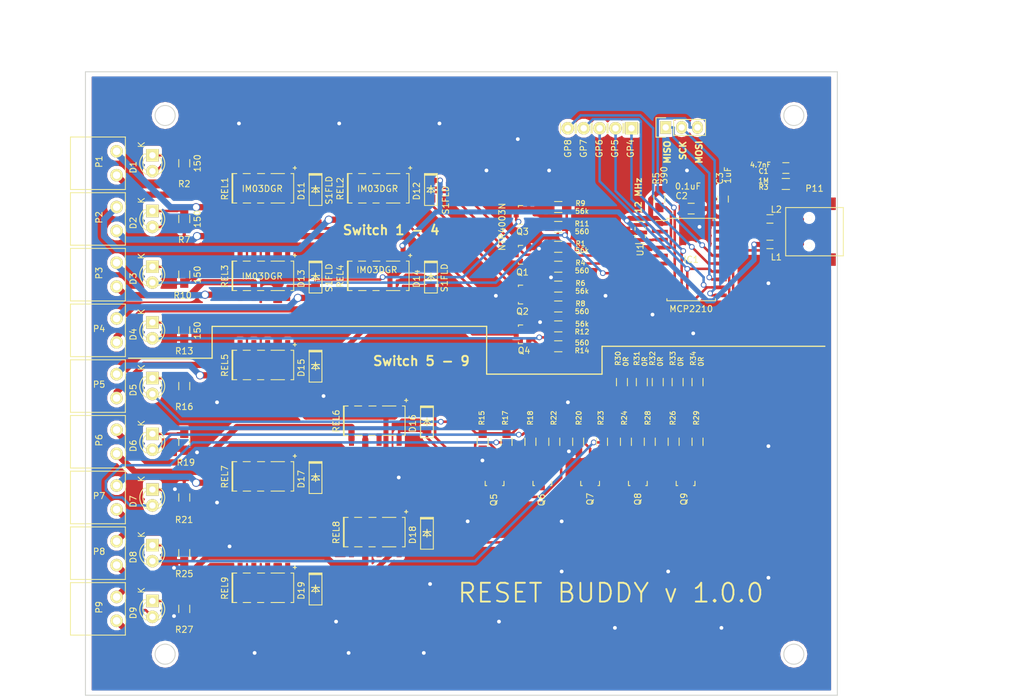
<source format=kicad_pcb>
(kicad_pcb (version 4) (host pcbnew 4.0.2-stable)
  (layers (0 F.Cu signal) (31 B.Cu signal hide) (34 B.Paste user) (35 F.Paste user) (36 B.SilkS user) (37 F.SilkS user) (38 B.Mask user) (39 F.Mask user) (44 Edge.Cuts user))
  (net 0 "")
  (net 1 "Net-(Q1-Pad1)")
  (net 2 GND)
  (net 3 "Net-(Q2-Pad1)")
  (net 4 "Net-(Q3-Pad1)")
  (net 5 "Net-(Q4-Pad1)")
  (net 6 "Net-(Q5-Pad1)")
  (net 7 "Net-(Q6-Pad1)")
  (net 8 "Net-(D13-Pad2)")
  (net 9 "Net-(Q7-Pad1)")
  (net 10 "Net-(D14-Pad2)")
  (net 11 "Net-(Q8-Pad1)")
  (net 12 "Net-(D17-Pad2)")
  (net 13 "Net-(Q9-Pad1)")
  (net 14 "Net-(D18-Pad2)")
  (net 15 "Net-(C1-Pad1)")
  (net 16 "Net-(C1-Pad2)")
  (net 17 +5V)
  (net 18 "Net-(C3-Pad1)")
  (net 19 "Net-(D1-Pad1)")
  (net 20 /SW2)
  (net 21 "Net-(D3-Pad1)")
  (net 22 /SW3)
  (net 23 "Net-(D4-Pad1)")
  (net 24 /SW1)
  (net 25 "Net-(D7-Pad1)")
  (net 26 /SW4)
  (net 27 "Net-(D9-Pad1)")
  (net 28 "Net-(IC1-Pad2)")
  (net 29 "Net-(IC1-Pad3)")
  (net 30 "Net-(IC1-Pad4)")
  (net 31 "Net-(IC1-Pad9)")
  (net 32 /SW5)
  (net 33 "Net-(IC1-Pad11)")
  (net 34 /SW6)
  (net 35 "Net-(IC1-Pad13)")
  (net 36 /SW7)
  (net 37 /SW8)
  (net 38 /SW9)
  (net 39 /USB_D-)
  (net 40 /USB_D+)
  (net 41 "Net-(L1-Pad2)")
  (net 42 "Net-(L2-Pad2)")
  (net 43 "Net-(P2-Pad1)")
  (net 44 "Net-(P2-Pad2)")
  (net 45 "Net-(P3-Pad1)")
  (net 46 "Net-(P3-Pad2)")
  (net 47 "Net-(P4-Pad1)")
  (net 48 "Net-(P4-Pad2)")
  (net 49 "Net-(P5-Pad1)")
  (net 50 "Net-(P5-Pad2)")
  (net 51 "Net-(P7-Pad1)")
  (net 52 "Net-(P7-Pad2)")
  (net 53 "Net-(P8-Pad1)")
  (net 54 "Net-(P8-Pad2)")
  (net 55 "Net-(REL1-Pad2)")
  (net 56 "Net-(REL1-Pad7)")
  (net 57 "Net-(REL2-Pad2)")
  (net 58 "Net-(REL2-Pad7)")
  (net 59 "Net-(REL3-Pad2)")
  (net 60 "Net-(REL3-Pad7)")
  (net 61 "Net-(REL4-Pad2)")
  (net 62 "Net-(REL4-Pad7)")
  (net 63 "Net-(REL5-Pad2)")
  (net 64 "Net-(REL5-Pad7)")
  (net 65 "Net-(REL6-Pad2)")
  (net 66 "Net-(REL6-Pad7)")
  (net 67 "Net-(REL7-Pad2)")
  (net 68 "Net-(REL7-Pad7)")
  (net 69 "Net-(REL8-Pad2)")
  (net 70 "Net-(REL8-Pad7)")
  (net 71 "Net-(REL9-Pad2)")
  (net 72 "Net-(REL9-Pad7)")
  (net 73 "Net-(REL1-Pad3)")
  (net 74 "Net-(REL1-Pad4)")
  (net 75 "Net-(REL2-Pad3)")
  (net 76 "Net-(REL2-Pad4)")
  (net 77 "Net-(REL3-Pad3)")
  (net 78 "Net-(REL3-Pad4)")
  (net 79 "Net-(REL4-Pad3)")
  (net 80 "Net-(REL4-Pad4)")
  (net 81 "Net-(REL5-Pad3)")
  (net 82 "Net-(REL5-Pad4)")
  (net 83 "Net-(REL6-Pad3)")
  (net 84 "Net-(REL6-Pad4)")
  (net 85 "Net-(REL7-Pad3)")
  (net 86 "Net-(REL7-Pad4)")
  (net 87 "Net-(REL8-Pad3)")
  (net 88 "Net-(REL8-Pad4)")
  (net 89 "Net-(REL9-Pad3)")
  (net 90 "Net-(REL9-Pad4)")
  (net 91 /GP4)
  (net 92 /GP5)
  (net 93 /GP6)
  (net 94 /GP7)
  (net 95 /GP8)
  (net 96 "Net-(P1-Pad1)")
  (net 97 "Net-(P1-Pad2)")
  (net 98 "Net-(P6-Pad1)")
  (net 99 "Net-(P6-Pad2)")
  (net 100 "Net-(P9-Pad1)")
  (net 101 "Net-(P9-Pad2)")
  (net 102 "Net-(P11-Pad4)")
  (net 103 "Net-(D2-Pad1)")
  (net 104 "Net-(D5-Pad1)")
  (net 105 "Net-(D6-Pad1)")
  (net 106 "Net-(D8-Pad1)")
  (net 107 "Net-(D11-Pad2)")
  (net 108 "Net-(D12-Pad2)")
  (net 109 "Net-(D15-Pad2)")
  (net 110 "Net-(D16-Pad2)")
  (net 111 "Net-(D19-Pad2)")
  (module Capacitors_SMD:C_0805_HandSoldering (layer F.Cu) (at 160.782 70.612 180)
    (fp_text reference C1 (at 3.556 -0.508 180) (layer F.SilkS) (effects (font (size 0.8 0.8))))
    (fp_text value 4.7nF (at 4.064 0.508 180) (layer F.SilkS) (effects (font (size 0.8 0.8))))
    (pad 1 smd rect (at -1.25 0 180) (size 1.5 1.25) (layers F.Cu F.Paste F.Mask) (net 15 "Net-(C1-Pad1)"))
    (pad 2 smd rect (at 1.25 0 180) (size 1.5 1.25) (layers F.Cu F.Paste F.Mask) (net 16 "Net-(C1-Pad2)"))
  )
  (module Capacitors_SMD:C_0805_HandSoldering (layer F.Cu) (at 145.669 77.089)
    (fp_text reference C2 (at -1.524 -2.032) (layer F.SilkS))
    (fp_text value 0.1uF (at -0.508 -3.556) (layer F.SilkS))
    (pad 1 smd rect (at -1.25 0) (size 1.5 1.25) (layers F.Cu F.Paste F.Mask) (net 17 +5V))
    (pad 2 smd rect (at 1.25 0) (size 1.5 1.25) (layers F.Cu F.Paste F.Mask) (net 2 GND))
  )
  (module Capacitors_SMD:C_0805_HandSoldering (layer F.Cu) (at 150.749 75.565 270)
    (fp_text reference C3 (at -3.302 0.508 270) (layer F.SilkS))
    (fp_text value 1uF (at -3.81 -0.762 270) (layer F.SilkS))
    (pad 1 smd rect (at -1.25 0 270) (size 1.5 1.25) (layers F.Cu F.Paste F.Mask) (net 18 "Net-(C3-Pad1)"))
    (pad 2 smd rect (at 1.25 0 270) (size 1.5 1.25) (layers F.Cu F.Paste F.Mask) (net 2 GND))
  )
  (module Housings_SOIC:SOIC-20_7.5x12.8mm_Pitch1.27mm (layer F.Cu) (at 145.669 85.217)
    (fp_text reference IC1 (at 0 0) (layer F.SilkS))
    (fp_text value MCP2210 (at 0 7.874) (layer F.SilkS))
    (pad 1 smd rect (at -4.7 -5.715) (size 1.95 0.6) (layers F.Cu F.Paste F.Mask) (net 17 +5V))
    (pad 2 smd rect (at -4.7 -4.445) (size 1.95 0.6) (layers F.Cu F.Paste F.Mask) (net 28 "Net-(IC1-Pad2)"))
    (pad 3 smd rect (at -4.7 -3.175) (size 1.95 0.6) (layers F.Cu F.Paste F.Mask) (net 29 "Net-(IC1-Pad3)"))
    (pad 4 smd rect (at -4.7 -1.905) (size 1.95 0.6) (layers F.Cu F.Paste F.Mask) (net 30 "Net-(IC1-Pad4)"))
    (pad 5 smd rect (at -4.7 -0.635) (size 1.95 0.6) (layers F.Cu F.Paste F.Mask) (net 24 /SW1))
    (pad 6 smd rect (at -4.7 0.635) (size 1.95 0.6) (layers F.Cu F.Paste F.Mask) (net 20 /SW2))
    (pad 7 smd rect (at -4.7 1.905) (size 1.95 0.6) (layers F.Cu F.Paste F.Mask) (net 22 /SW3))
    (pad 8 smd rect (at -4.7 3.175) (size 1.95 0.6) (layers F.Cu F.Paste F.Mask) (net 26 /SW4))
    (pad 9 smd rect (at -4.7 4.445) (size 1.95 0.6) (layers F.Cu F.Paste F.Mask) (net 31 "Net-(IC1-Pad9)"))
    (pad 10 smd rect (at -4.7 5.715) (size 1.95 0.6) (layers F.Cu F.Paste F.Mask) (net 91 /GP4))
    (pad 11 smd rect (at 4.7 5.715) (size 1.95 0.6) (layers F.Cu F.Paste F.Mask) (net 33 "Net-(IC1-Pad11)"))
    (pad 12 smd rect (at 4.7 4.445) (size 1.95 0.6) (layers F.Cu F.Paste F.Mask) (net 92 /GP5))
    (pad 13 smd rect (at 4.7 3.175) (size 1.95 0.6) (layers F.Cu F.Paste F.Mask) (net 35 "Net-(IC1-Pad13)"))
    (pad 14 smd rect (at 4.7 1.905) (size 1.95 0.6) (layers F.Cu F.Paste F.Mask) (net 93 /GP6))
    (pad 15 smd rect (at 4.7 0.635) (size 1.95 0.6) (layers F.Cu F.Paste F.Mask) (net 94 /GP7))
    (pad 16 smd rect (at 4.7 -0.635) (size 1.95 0.6) (layers F.Cu F.Paste F.Mask) (net 95 /GP8))
    (pad 17 smd rect (at 4.7 -1.905) (size 1.95 0.6) (layers F.Cu F.Paste F.Mask) (net 18 "Net-(C3-Pad1)"))
    (pad 18 smd rect (at 4.7 -3.175) (size 1.95 0.6) (layers F.Cu F.Paste F.Mask) (net 39 /USB_D-))
    (pad 19 smd rect (at 4.7 -4.445) (size 1.95 0.6) (layers F.Cu F.Paste F.Mask) (net 40 /USB_D+))
    (pad 20 smd rect (at 4.7 -5.715) (size 1.95 0.6) (layers F.Cu F.Paste F.Mask) (net 2 GND))
  )
  (module Resistors_SMD:R_0603_HandSoldering (layer F.Cu) (at 158.242 82.804)
    (fp_text reference L1 (at 1.016 2.032) (layer F.SilkS))
    (fp_text value FER hide)
    (pad 1 smd rect (at -1.1 0) (size 1.2 0.9) (layers F.Cu F.Paste F.Mask) (net 17 +5V))
    (pad 2 smd rect (at 1.1 0) (size 1.2 0.9) (layers F.Cu F.Paste F.Mask) (net 41 "Net-(L1-Pad2)"))
  )
  (module Resistors_SMD:R_0603_HandSoldering (layer F.Cu) (at 158.242 78.74)
    (fp_text reference L2 (at 1.016 -1.524) (layer F.SilkS))
    (fp_text value FER hide)
    (pad 1 smd rect (at -1.1 0) (size 1.2 0.9) (layers F.Cu F.Paste F.Mask) (net 2 GND))
    (pad 2 smd rect (at 1.1 0) (size 1.2 0.9) (layers F.Cu F.Paste F.Mask) (net 42 "Net-(L2-Pad2)"))
  )
  (module Resistors_SMD:R_0805_HandSoldering (layer F.Cu) (at 124.46 83.185 180)
    (fp_text reference R1 (at -3.556 0.508 180) (layer F.SilkS) (effects (font (size 0.8 0.8))))
    (fp_text value 56k (at -3.79 -0.565 180) (layer F.SilkS) (effects (font (size 0.8 0.8))))
    (pad 1 smd rect (at -1.35 0 180) (size 1.5 1.3) (layers F.Cu F.Paste F.Mask) (net 24 /SW1))
    (pad 2 smd rect (at 1.35 0 180) (size 1.5 1.3) (layers F.Cu F.Paste F.Mask) (net 2 GND))
  )
  (module Resistors_SMD:R_0805_HandSoldering (layer F.Cu) (at 64.77 69.85 90)
    (fp_text reference R2 (at -3.302 0 180) (layer F.SilkS))
    (fp_text value 150 (at 0 2.1 90) (layer F.SilkS))
    (pad 1 smd rect (at -1.35 0 90) (size 1.5 1.3) (layers F.Cu F.Paste F.Mask) (net 2 GND))
    (pad 2 smd rect (at 1.35 0 90) (size 1.5 1.3) (layers F.Cu F.Paste F.Mask) (net 19 "Net-(D1-Pad1)"))
  )
  (module Resistors_SMD:R_0805_HandSoldering (layer F.Cu) (at 160.782 73.152 180)
    (fp_text reference R3 (at 3.556 -0.508 180) (layer F.SilkS) (effects (font (size 0.8 0.8))))
    (fp_text value 1M (at 3.556 0.508 180) (layer F.SilkS) (effects (font (size 0.8 0.8))))
    (pad 1 smd rect (at -1.35 0 180) (size 1.5 1.3) (layers F.Cu F.Paste F.Mask) (net 15 "Net-(C1-Pad1)"))
    (pad 2 smd rect (at 1.35 0 180) (size 1.5 1.3) (layers F.Cu F.Paste F.Mask) (net 16 "Net-(C1-Pad2)"))
  )
  (module Resistors_SMD:R_0805_HandSoldering (layer F.Cu) (at 124.46 86.36)
    (fp_text reference R4 (at 3.54 -0.61) (layer F.SilkS) (effects (font (size 0.8 0.8))))
    (fp_text value 560 (at 3.79 0.64) (layer F.SilkS) (effects (font (size 0.8 0.8))))
    (pad 1 smd rect (at -1.35 0) (size 1.5 1.3) (layers F.Cu F.Paste F.Mask) (net 1 "Net-(Q1-Pad1)"))
    (pad 2 smd rect (at 1.35 0) (size 1.5 1.3) (layers F.Cu F.Paste F.Mask) (net 24 /SW1))
  )
  (module Resistors_SMD:R_0805_HandSoldering (layer F.Cu) (at 140.589 75.565 90)
    (fp_text reference R5 (at 3.302 -0.508 90) (layer F.SilkS))
    (fp_text value 390 (at 3.81 0.762 90) (layer F.SilkS))
    (pad 1 smd rect (at -1.35 0 90) (size 1.5 1.3) (layers F.Cu F.Paste F.Mask) (net 30 "Net-(IC1-Pad4)"))
    (pad 2 smd rect (at 1.35 0 90) (size 1.5 1.3) (layers F.Cu F.Paste F.Mask) (net 17 +5V))
  )
  (module Resistors_SMD:R_0805_HandSoldering (layer F.Cu) (at 124.46 89.535 180)
    (fp_text reference R6 (at -3.54 0.535 180) (layer F.SilkS) (effects (font (size 0.8 0.8))))
    (fp_text value 56k (at -3.79 -0.715 180) (layer F.SilkS) (effects (font (size 0.8 0.8))))
    (pad 1 smd rect (at -1.35 0 180) (size 1.5 1.3) (layers F.Cu F.Paste F.Mask) (net 20 /SW2))
    (pad 2 smd rect (at 1.35 0 180) (size 1.5 1.3) (layers F.Cu F.Paste F.Mask) (net 2 GND))
  )
  (module Resistors_SMD:R_0805_HandSoldering (layer F.Cu) (at 64.77 78.74 90)
    (fp_text reference R7 (at -3.302 0 180) (layer F.SilkS))
    (fp_text value 150 (at 0 2.1 90) (layer F.SilkS))
    (pad 1 smd rect (at -1.35 0 90) (size 1.5 1.3) (layers F.Cu F.Paste F.Mask) (net 2 GND))
    (pad 2 smd rect (at 1.35 0 90) (size 1.5 1.3) (layers F.Cu F.Paste F.Mask) (net 103 "Net-(D2-Pad1)"))
  )
  (module Resistors_SMD:R_0805_HandSoldering (layer F.Cu) (at 124.46 92.71)
    (fp_text reference R8 (at 3.54 -0.46) (layer F.SilkS) (effects (font (size 0.8 0.8))))
    (fp_text value 560 (at 3.79 0.79) (layer F.SilkS) (effects (font (size 0.8 0.8))))
    (pad 1 smd rect (at -1.35 0) (size 1.5 1.3) (layers F.Cu F.Paste F.Mask) (net 3 "Net-(Q2-Pad1)"))
    (pad 2 smd rect (at 1.35 0) (size 1.5 1.3) (layers F.Cu F.Paste F.Mask) (net 20 /SW2))
  )
  (module Resistors_SMD:R_0805_HandSoldering (layer F.Cu) (at 124.46 76.835 180)
    (fp_text reference R9 (at -3.54 0.585 180) (layer F.SilkS) (effects (font (size 0.8 0.8))))
    (fp_text value 56k (at -3.79 -0.665 180) (layer F.SilkS) (effects (font (size 0.8 0.8))))
    (pad 1 smd rect (at -1.35 0 180) (size 1.5 1.3) (layers F.Cu F.Paste F.Mask) (net 22 /SW3))
    (pad 2 smd rect (at 1.35 0 180) (size 1.5 1.3) (layers F.Cu F.Paste F.Mask) (net 2 GND))
  )
  (module Resistors_SMD:R_0805_HandSoldering (layer F.Cu) (at 64.77 87.63 90)
    (fp_text reference R10 (at -3.302 -0.254 180) (layer F.SilkS))
    (fp_text value 150 (at 0 2.1 90) (layer F.SilkS))
    (pad 1 smd rect (at -1.35 0 90) (size 1.5 1.3) (layers F.Cu F.Paste F.Mask) (net 2 GND))
    (pad 2 smd rect (at 1.35 0 90) (size 1.5 1.3) (layers F.Cu F.Paste F.Mask) (net 21 "Net-(D3-Pad1)"))
  )
  (module Resistors_SMD:R_0805_HandSoldering (layer F.Cu) (at 124.46 80.01)
    (fp_text reference R11 (at 3.79 -0.51) (layer F.SilkS) (effects (font (size 0.8 0.8))))
    (fp_text value 560 (at 3.79 0.74) (layer F.SilkS) (effects (font (size 0.8 0.8))))
    (pad 1 smd rect (at -1.35 0) (size 1.5 1.3) (layers F.Cu F.Paste F.Mask) (net 4 "Net-(Q3-Pad1)"))
    (pad 2 smd rect (at 1.35 0) (size 1.5 1.3) (layers F.Cu F.Paste F.Mask) (net 22 /SW3))
  )
  (module Resistors_SMD:R_0805_HandSoldering (layer F.Cu) (at 124.46 95.885 180)
    (fp_text reference R12 (at -3.79 -0.865 180) (layer F.SilkS) (effects (font (size 0.8 0.8))))
    (fp_text value 56k (at -3.79 0.385 180) (layer F.SilkS) (effects (font (size 0.8 0.8))))
    (pad 1 smd rect (at -1.35 0 180) (size 1.5 1.3) (layers F.Cu F.Paste F.Mask) (net 26 /SW4))
    (pad 2 smd rect (at 1.35 0 180) (size 1.5 1.3) (layers F.Cu F.Paste F.Mask) (net 2 GND))
  )
  (module Resistors_SMD:R_0805_HandSoldering (layer F.Cu) (at 64.77 96.52 90)
    (fp_text reference R13 (at -3.302 0 180) (layer F.SilkS))
    (fp_text value 150 (at 0 2.1 90) (layer F.SilkS))
    (pad 1 smd rect (at -1.35 0 90) (size 1.5 1.3) (layers F.Cu F.Paste F.Mask) (net 2 GND))
    (pad 2 smd rect (at 1.35 0 90) (size 1.5 1.3) (layers F.Cu F.Paste F.Mask) (net 23 "Net-(D4-Pad1)"))
  )
  (module Resistors_SMD:R_0805_HandSoldering (layer F.Cu) (at 124.46 99.06)
    (fp_text reference R14 (at 3.79 0.69) (layer F.SilkS) (effects (font (size 0.8 0.8))))
    (fp_text value 560 (at 3.79 -0.56) (layer F.SilkS) (effects (font (size 0.8 0.8))))
    (pad 1 smd rect (at -1.35 0) (size 1.5 1.3) (layers F.Cu F.Paste F.Mask) (net 5 "Net-(Q4-Pad1)"))
    (pad 2 smd rect (at 1.35 0) (size 1.5 1.3) (layers F.Cu F.Paste F.Mask) (net 26 /SW4))
  )
  (module Resistors_SMD:R_0805_HandSoldering (layer F.Cu) (at 112.395 114.3 270)
    (fp_text reference R15 (at -3.8 0.145 270) (layer F.SilkS) (effects (font (size 0.8 0.8))))
    (fp_text value 56k)
    (pad 1 smd rect (at -1.35 0 270) (size 1.5 1.3) (layers F.Cu F.Paste F.Mask) (net 32 /SW5))
    (pad 2 smd rect (at 1.35 0 270) (size 1.5 1.3) (layers F.Cu F.Paste F.Mask) (net 2 GND))
  )
  (module Resistors_SMD:R_0805_HandSoldering (layer F.Cu) (at 64.77 105.41 90)
    (fp_text reference R16 (at -3.302 0 180) (layer F.SilkS))
    (fp_text value 150)
    (pad 1 smd rect (at -1.35 0 90) (size 1.5 1.3) (layers F.Cu F.Paste F.Mask) (net 2 GND))
    (pad 2 smd rect (at 1.35 0 90) (size 1.5 1.3) (layers F.Cu F.Paste F.Mask) (net 104 "Net-(D5-Pad1)"))
  )
  (module Resistors_SMD:R_0805_HandSoldering (layer F.Cu) (at 116.205 114.3 90)
    (fp_text reference R17 (at 3.8 -0.205 90) (layer F.SilkS) (effects (font (size 0.8 0.8))))
    (fp_text value 560)
    (pad 1 smd rect (at -1.35 0 90) (size 1.5 1.3) (layers F.Cu F.Paste F.Mask) (net 6 "Net-(Q5-Pad1)"))
    (pad 2 smd rect (at 1.35 0 90) (size 1.5 1.3) (layers F.Cu F.Paste F.Mask) (net 32 /SW5))
  )
  (module Resistors_SMD:R_0805_HandSoldering (layer F.Cu) (at 120.015 114.3 270)
    (fp_text reference R18 (at -3.8 0.015 270) (layer F.SilkS) (effects (font (size 0.8 0.8))))
    (fp_text value 56k)
    (pad 1 smd rect (at -1.35 0 270) (size 1.5 1.3) (layers F.Cu F.Paste F.Mask) (net 34 /SW6))
    (pad 2 smd rect (at 1.35 0 270) (size 1.5 1.3) (layers F.Cu F.Paste F.Mask) (net 2 GND))
  )
  (module Resistors_SMD:R_0805_HandSoldering (layer F.Cu) (at 64.77 114.3 90)
    (fp_text reference R19 (at -3.302 0.254 180) (layer F.SilkS))
    (fp_text value 150)
    (pad 1 smd rect (at -1.35 0 90) (size 1.5 1.3) (layers F.Cu F.Paste F.Mask) (net 2 GND))
    (pad 2 smd rect (at 1.35 0 90) (size 1.5 1.3) (layers F.Cu F.Paste F.Mask) (net 105 "Net-(D6-Pad1)"))
  )
  (module Resistors_SMD:R_0805_HandSoldering (layer F.Cu) (at 127.635 114.3 270)
    (fp_text reference R20 (at -3.8 -0.115 270) (layer F.SilkS) (effects (font (size 0.8 0.8))))
    (fp_text value 56k)
    (pad 1 smd rect (at -1.35 0 270) (size 1.5 1.3) (layers F.Cu F.Paste F.Mask) (net 36 /SW7))
    (pad 2 smd rect (at 1.35 0 270) (size 1.5 1.3) (layers F.Cu F.Paste F.Mask) (net 2 GND))
  )
  (module Resistors_SMD:R_0805_HandSoldering (layer F.Cu) (at 64.77 123.19 270)
    (fp_text reference R21 (at 3.56 0.02 360) (layer F.SilkS))
    (fp_text value 150)
    (pad 1 smd rect (at -1.35 0 270) (size 1.5 1.3) (layers F.Cu F.Paste F.Mask) (net 2 GND))
    (pad 2 smd rect (at 1.35 0 270) (size 1.5 1.3) (layers F.Cu F.Paste F.Mask) (net 25 "Net-(D7-Pad1)"))
  )
  (module Resistors_SMD:R_0805_HandSoldering (layer F.Cu) (at 123.825 114.3 90)
    (fp_text reference R22 (at 3.8 -0.075 90) (layer F.SilkS) (effects (font (size 0.8 0.8))))
    (fp_text value 560)
    (pad 1 smd rect (at -1.35 0 90) (size 1.5 1.3) (layers F.Cu F.Paste F.Mask) (net 7 "Net-(Q6-Pad1)"))
    (pad 2 smd rect (at 1.35 0 90) (size 1.5 1.3) (layers F.Cu F.Paste F.Mask) (net 34 /SW6))
  )
  (module Resistors_SMD:R_0805_HandSoldering (layer F.Cu) (at 131.445 114.3 90)
    (fp_text reference R23 (at 3.8 -0.195 90) (layer F.SilkS) (effects (font (size 0.8 0.8))))
    (fp_text value 560)
    (pad 1 smd rect (at -1.35 0 90) (size 1.5 1.3) (layers F.Cu F.Paste F.Mask) (net 9 "Net-(Q7-Pad1)"))
    (pad 2 smd rect (at 1.35 0 90) (size 1.5 1.3) (layers F.Cu F.Paste F.Mask) (net 36 /SW7))
  )
  (module Resistors_SMD:R_0805_HandSoldering (layer F.Cu) (at 135.255 114.3 270)
    (fp_text reference R24 (at -3.8 0.255 270) (layer F.SilkS) (effects (font (size 0.8 0.8))))
    (fp_text value 56k)
    (pad 1 smd rect (at -1.35 0 270) (size 1.5 1.3) (layers F.Cu F.Paste F.Mask) (net 37 /SW8))
    (pad 2 smd rect (at 1.35 0 270) (size 1.5 1.3) (layers F.Cu F.Paste F.Mask) (net 2 GND))
  )
  (module Resistors_SMD:R_0805_HandSoldering (layer F.Cu) (at 64.77 132.08 90)
    (fp_text reference R25 (at -3.302 0 180) (layer F.SilkS))
    (fp_text value 150)
    (pad 1 smd rect (at -1.35 0 90) (size 1.5 1.3) (layers F.Cu F.Paste F.Mask) (net 2 GND))
    (pad 2 smd rect (at 1.35 0 90) (size 1.5 1.3) (layers F.Cu F.Paste F.Mask) (net 106 "Net-(D8-Pad1)"))
  )
  (module Resistors_SMD:R_0805_HandSoldering (layer F.Cu) (at 142.875 114.3 270)
    (fp_text reference R26 (at -3.8 0.125 270) (layer F.SilkS) (effects (font (size 0.8 0.8))))
    (fp_text value 56k)
    (pad 1 smd rect (at -1.35 0 270) (size 1.5 1.3) (layers F.Cu F.Paste F.Mask) (net 38 /SW9))
    (pad 2 smd rect (at 1.35 0 270) (size 1.5 1.3) (layers F.Cu F.Paste F.Mask) (net 2 GND))
  )
  (module Resistors_SMD:R_0805_HandSoldering (layer F.Cu) (at 64.77 140.97 90)
    (fp_text reference R27 (at -3.302 0 180) (layer F.SilkS))
    (fp_text value 150)
    (pad 1 smd rect (at -1.35 0 90) (size 1.5 1.3) (layers F.Cu F.Paste F.Mask) (net 2 GND))
    (pad 2 smd rect (at 1.35 0 90) (size 1.5 1.3) (layers F.Cu F.Paste F.Mask) (net 27 "Net-(D9-Pad1)"))
  )
  (module Resistors_SMD:R_0805_HandSoldering (layer F.Cu) (at 139.065 114.3 90)
    (fp_text reference R28 (at 3.8 -0.315 90) (layer F.SilkS) (effects (font (size 0.8 0.8))))
    (fp_text value 560)
    (pad 1 smd rect (at -1.35 0 90) (size 1.5 1.3) (layers F.Cu F.Paste F.Mask) (net 11 "Net-(Q8-Pad1)"))
    (pad 2 smd rect (at 1.35 0 90) (size 1.5 1.3) (layers F.Cu F.Paste F.Mask) (net 37 /SW8))
  )
  (module Resistors_SMD:R_0805_HandSoldering (layer F.Cu) (at 146.685 114.3 90)
    (fp_text reference R29 (at 3.8 -0.185 90) (layer F.SilkS) (effects (font (size 0.8 0.8))))
    (fp_text value 560)
    (pad 1 smd rect (at -1.35 0 90) (size 1.5 1.3) (layers F.Cu F.Paste F.Mask) (net 13 "Net-(Q9-Pad1)"))
    (pad 2 smd rect (at 1.35 0 90) (size 1.5 1.3) (layers F.Cu F.Paste F.Mask) (net 38 /SW9))
  )
  (module USBswitchFootprints:IM03DGR (layer F.Cu) (at 81.28 70.866 180)
    (fp_text reference REL1 (at 10.033 -3.048 270) (layer F.SilkS))
    (fp_text value IM03DGR (at 4.064 -3.048 180) (layer F.SilkS))
    (pad 1 smd rect (at 0 0 180) (size 0.8 2) (layers F.Cu F.Paste F.Mask) (net 17 +5V))
    (pad 2 smd rect (at 3.2 0 180) (size 0.8 2) (layers F.Cu F.Paste F.Mask) (net 55 "Net-(REL1-Pad2)"))
    (pad 3 smd rect (at 5.4 0 180) (size 0.8 2) (layers F.Cu F.Paste F.Mask) (net 73 "Net-(REL1-Pad3)"))
    (pad 4 smd rect (at 7.6 0 180) (size 0.8 2) (layers F.Cu F.Paste F.Mask) (net 74 "Net-(REL1-Pad4)"))
    (pad 5 smd rect (at 7.6 -6 180) (size 0.8 2) (layers F.Cu F.Paste F.Mask) (net 97 "Net-(P1-Pad2)"))
    (pad 6 smd rect (at 5.4 -6 180) (size 0.8 2) (layers F.Cu F.Paste F.Mask) (net 96 "Net-(P1-Pad1)"))
    (pad 7 smd rect (at 3.2 -6 180) (size 0.8 2) (layers F.Cu F.Paste F.Mask) (net 56 "Net-(REL1-Pad7)"))
    (pad 8 smd rect (at 0 -6 180) (size 0.8 2) (layers F.Cu F.Paste F.Mask) (net 107 "Net-(D11-Pad2)"))
  )
  (module USBswitchFootprints:IM03DGR (layer F.Cu) (at 99.695 70.866 180)
    (fp_text reference REL2 (at 10.033 -3.048 270) (layer F.SilkS))
    (fp_text value IM03DGR (at 4.064 -3.048 180) (layer F.SilkS))
    (pad 1 smd rect (at 0 0 180) (size 0.8 2) (layers F.Cu F.Paste F.Mask) (net 17 +5V))
    (pad 2 smd rect (at 3.2 0 180) (size 0.8 2) (layers F.Cu F.Paste F.Mask) (net 57 "Net-(REL2-Pad2)"))
    (pad 3 smd rect (at 5.4 0 180) (size 0.8 2) (layers F.Cu F.Paste F.Mask) (net 75 "Net-(REL2-Pad3)"))
    (pad 4 smd rect (at 7.6 0 180) (size 0.8 2) (layers F.Cu F.Paste F.Mask) (net 76 "Net-(REL2-Pad4)"))
    (pad 5 smd rect (at 7.6 -6 180) (size 0.8 2) (layers F.Cu F.Paste F.Mask) (net 44 "Net-(P2-Pad2)"))
    (pad 6 smd rect (at 5.4 -6 180) (size 0.8 2) (layers F.Cu F.Paste F.Mask) (net 43 "Net-(P2-Pad1)"))
    (pad 7 smd rect (at 3.2 -6 180) (size 0.8 2) (layers F.Cu F.Paste F.Mask) (net 58 "Net-(REL2-Pad7)"))
    (pad 8 smd rect (at 0 -6 180) (size 0.8 2) (layers F.Cu F.Paste F.Mask) (net 108 "Net-(D12-Pad2)"))
  )
  (module USBswitchFootprints:IM03DGR (layer F.Cu) (at 81.28 84.836 180)
    (fp_text reference REL3 (at 10.033 -3.048 270) (layer F.SilkS))
    (fp_text value IM03DGR (at 4.064 -3.048 180) (layer F.SilkS))
    (pad 1 smd rect (at 0 0 180) (size 0.8 2) (layers F.Cu F.Paste F.Mask) (net 17 +5V))
    (pad 2 smd rect (at 3.2 0 180) (size 0.8 2) (layers F.Cu F.Paste F.Mask) (net 59 "Net-(REL3-Pad2)"))
    (pad 3 smd rect (at 5.4 0 180) (size 0.8 2) (layers F.Cu F.Paste F.Mask) (net 77 "Net-(REL3-Pad3)"))
    (pad 4 smd rect (at 7.6 0 180) (size 0.8 2) (layers F.Cu F.Paste F.Mask) (net 78 "Net-(REL3-Pad4)"))
    (pad 5 smd rect (at 7.6 -6 180) (size 0.8 2) (layers F.Cu F.Paste F.Mask) (net 46 "Net-(P3-Pad2)"))
    (pad 6 smd rect (at 5.4 -6 180) (size 0.8 2) (layers F.Cu F.Paste F.Mask) (net 45 "Net-(P3-Pad1)"))
    (pad 7 smd rect (at 3.2 -6 180) (size 0.8 2) (layers F.Cu F.Paste F.Mask) (net 60 "Net-(REL3-Pad7)"))
    (pad 8 smd rect (at 0 -6 180) (size 0.8 2) (layers F.Cu F.Paste F.Mask) (net 8 "Net-(D13-Pad2)"))
  )
  (module USBswitchFootprints:IM03DGR (layer F.Cu) (at 99.695 84.836 180)
    (fp_text reference REL4 (at 10.033 -3.048 270) (layer F.SilkS))
    (fp_text value IM03DGR (at 4.191 -2.032 180) (layer F.SilkS))
    (pad 1 smd rect (at 0 0 180) (size 0.8 2) (layers F.Cu F.Paste F.Mask) (net 17 +5V))
    (pad 2 smd rect (at 3.2 0 180) (size 0.8 2) (layers F.Cu F.Paste F.Mask) (net 61 "Net-(REL4-Pad2)"))
    (pad 3 smd rect (at 5.4 0 180) (size 0.8 2) (layers F.Cu F.Paste F.Mask) (net 79 "Net-(REL4-Pad3)"))
    (pad 4 smd rect (at 7.6 0 180) (size 0.8 2) (layers F.Cu F.Paste F.Mask) (net 80 "Net-(REL4-Pad4)"))
    (pad 5 smd rect (at 7.6 -6 180) (size 0.8 2) (layers F.Cu F.Paste F.Mask) (net 48 "Net-(P4-Pad2)"))
    (pad 6 smd rect (at 5.4 -6 180) (size 0.8 2) (layers F.Cu F.Paste F.Mask) (net 47 "Net-(P4-Pad1)"))
    (pad 7 smd rect (at 3.2 -6 180) (size 0.8 2) (layers F.Cu F.Paste F.Mask) (net 62 "Net-(REL4-Pad7)"))
    (pad 8 smd rect (at 0 -6 180) (size 0.8 2) (layers F.Cu F.Paste F.Mask) (net 10 "Net-(D14-Pad2)"))
  )
  (module USBswitchFootprints:IM03DGR (layer F.Cu) (at 81.28 99.06 180)
    (fp_text reference REL5 (at 10.033 -3.048 270) (layer F.SilkS))
    (fp_text value IM03DGR)
    (pad 1 smd rect (at 0 0 180) (size 0.8 2) (layers F.Cu F.Paste F.Mask) (net 17 +5V))
    (pad 2 smd rect (at 3.2 0 180) (size 0.8 2) (layers F.Cu F.Paste F.Mask) (net 63 "Net-(REL5-Pad2)"))
    (pad 3 smd rect (at 5.4 0 180) (size 0.8 2) (layers F.Cu F.Paste F.Mask) (net 81 "Net-(REL5-Pad3)"))
    (pad 4 smd rect (at 7.6 0 180) (size 0.8 2) (layers F.Cu F.Paste F.Mask) (net 82 "Net-(REL5-Pad4)"))
    (pad 5 smd rect (at 7.6 -6 180) (size 0.8 2) (layers F.Cu F.Paste F.Mask) (net 50 "Net-(P5-Pad2)"))
    (pad 6 smd rect (at 5.4 -6 180) (size 0.8 2) (layers F.Cu F.Paste F.Mask) (net 49 "Net-(P5-Pad1)"))
    (pad 7 smd rect (at 3.2 -6 180) (size 0.8 2) (layers F.Cu F.Paste F.Mask) (net 64 "Net-(REL5-Pad7)"))
    (pad 8 smd rect (at 0 -6 180) (size 0.8 2) (layers F.Cu F.Paste F.Mask) (net 109 "Net-(D15-Pad2)"))
  )
  (module USBswitchFootprints:IM03DGR (layer F.Cu) (at 99.06 107.95 180)
    (fp_text reference REL6 (at 10.033 -3.048 270) (layer F.SilkS))
    (fp_text value IM03DGR)
    (pad 1 smd rect (at 0 0 180) (size 0.8 2) (layers F.Cu F.Paste F.Mask) (net 17 +5V))
    (pad 2 smd rect (at 3.2 0 180) (size 0.8 2) (layers F.Cu F.Paste F.Mask) (net 65 "Net-(REL6-Pad2)"))
    (pad 3 smd rect (at 5.4 0 180) (size 0.8 2) (layers F.Cu F.Paste F.Mask) (net 83 "Net-(REL6-Pad3)"))
    (pad 4 smd rect (at 7.6 0 180) (size 0.8 2) (layers F.Cu F.Paste F.Mask) (net 84 "Net-(REL6-Pad4)"))
    (pad 5 smd rect (at 7.6 -6 180) (size 0.8 2) (layers F.Cu F.Paste F.Mask) (net 99 "Net-(P6-Pad2)"))
    (pad 6 smd rect (at 5.4 -6 180) (size 0.8 2) (layers F.Cu F.Paste F.Mask) (net 98 "Net-(P6-Pad1)"))
    (pad 7 smd rect (at 3.2 -6 180) (size 0.8 2) (layers F.Cu F.Paste F.Mask) (net 66 "Net-(REL6-Pad7)"))
    (pad 8 smd rect (at 0 -6 180) (size 0.8 2) (layers F.Cu F.Paste F.Mask) (net 110 "Net-(D16-Pad2)"))
  )
  (module USBswitchFootprints:IM03DGR (layer F.Cu) (at 81.28 116.84 180)
    (fp_text reference REL7 (at 10.033 -3.048 270) (layer F.SilkS))
    (fp_text value IM03DGR)
    (pad 1 smd rect (at 0 0 180) (size 0.8 2) (layers F.Cu F.Paste F.Mask) (net 17 +5V))
    (pad 2 smd rect (at 3.2 0 180) (size 0.8 2) (layers F.Cu F.Paste F.Mask) (net 67 "Net-(REL7-Pad2)"))
    (pad 3 smd rect (at 5.4 0 180) (size 0.8 2) (layers F.Cu F.Paste F.Mask) (net 85 "Net-(REL7-Pad3)"))
    (pad 4 smd rect (at 7.6 0 180) (size 0.8 2) (layers F.Cu F.Paste F.Mask) (net 86 "Net-(REL7-Pad4)"))
    (pad 5 smd rect (at 7.6 -6 180) (size 0.8 2) (layers F.Cu F.Paste F.Mask) (net 52 "Net-(P7-Pad2)"))
    (pad 6 smd rect (at 5.4 -6 180) (size 0.8 2) (layers F.Cu F.Paste F.Mask) (net 51 "Net-(P7-Pad1)"))
    (pad 7 smd rect (at 3.2 -6 180) (size 0.8 2) (layers F.Cu F.Paste F.Mask) (net 68 "Net-(REL7-Pad7)"))
    (pad 8 smd rect (at 0 -6 180) (size 0.8 2) (layers F.Cu F.Paste F.Mask) (net 12 "Net-(D17-Pad2)"))
  )
  (module USBswitchFootprints:IM03DGR (layer F.Cu) (at 99.06 125.73 180)
    (fp_text reference REL8 (at 10.033 -3.048 270) (layer F.SilkS))
    (fp_text value IM03DGR)
    (pad 1 smd rect (at 0 0 180) (size 0.8 2) (layers F.Cu F.Paste F.Mask) (net 17 +5V))
    (pad 2 smd rect (at 3.2 0 180) (size 0.8 2) (layers F.Cu F.Paste F.Mask) (net 69 "Net-(REL8-Pad2)"))
    (pad 3 smd rect (at 5.4 0 180) (size 0.8 2) (layers F.Cu F.Paste F.Mask) (net 87 "Net-(REL8-Pad3)"))
    (pad 4 smd rect (at 7.6 0 180) (size 0.8 2) (layers F.Cu F.Paste F.Mask) (net 88 "Net-(REL8-Pad4)"))
    (pad 5 smd rect (at 7.6 -6 180) (size 0.8 2) (layers F.Cu F.Paste F.Mask) (net 54 "Net-(P8-Pad2)"))
    (pad 6 smd rect (at 5.4 -6 180) (size 0.8 2) (layers F.Cu F.Paste F.Mask) (net 53 "Net-(P8-Pad1)"))
    (pad 7 smd rect (at 3.2 -6 180) (size 0.8 2) (layers F.Cu F.Paste F.Mask) (net 70 "Net-(REL8-Pad7)"))
    (pad 8 smd rect (at 0 -6 180) (size 0.8 2) (layers F.Cu F.Paste F.Mask) (net 14 "Net-(D18-Pad2)"))
  )
  (module USBswitchFootprints:IM03DGR (layer F.Cu) (at 81.28 134.62 180)
    (fp_text reference REL9 (at 10.033 -3.048 270) (layer F.SilkS))
    (fp_text value IM03DGR)
    (pad 1 smd rect (at 0 0 180) (size 0.8 2) (layers F.Cu F.Paste F.Mask) (net 17 +5V))
    (pad 2 smd rect (at 3.2 0 180) (size 0.8 2) (layers F.Cu F.Paste F.Mask) (net 71 "Net-(REL9-Pad2)"))
    (pad 3 smd rect (at 5.4 0 180) (size 0.8 2) (layers F.Cu F.Paste F.Mask) (net 89 "Net-(REL9-Pad3)"))
    (pad 4 smd rect (at 7.6 0 180) (size 0.8 2) (layers F.Cu F.Paste F.Mask) (net 90 "Net-(REL9-Pad4)"))
    (pad 5 smd rect (at 7.6 -6 180) (size 0.8 2) (layers F.Cu F.Paste F.Mask) (net 101 "Net-(P9-Pad2)"))
    (pad 6 smd rect (at 5.4 -6 180) (size 0.8 2) (layers F.Cu F.Paste F.Mask) (net 100 "Net-(P9-Pad1)"))
    (pad 7 smd rect (at 3.2 -6 180) (size 0.8 2) (layers F.Cu F.Paste F.Mask) (net 72 "Net-(REL9-Pad7)"))
    (pad 8 smd rect (at 0 -6 180) (size 0.8 2) (layers F.Cu F.Paste F.Mask) (net 111 "Net-(D19-Pad2)"))
  )
  (module TO_SOT_Packages_SMD:SOT-23 (layer F.Cu) (at 118.745 84.455 90)
    (fp_text reference Q1 (at -2.795 0.005 180) (layer F.SilkS))
    (fp_text value NTR4003N (at 4.455 -3.245 90) (layer F.SilkS))
    (pad 1 smd rect (at -0.95 1.00076 90) (size 0.8001 0.8001) (layers F.Cu F.Paste F.Mask) (net 1 "Net-(Q1-Pad1)"))
    (pad 2 smd rect (at 0.95 1.00076 90) (size 0.8001 0.8001) (layers F.Cu F.Paste F.Mask) (net 2 GND))
    (pad 3 smd rect (at 0 -0.99822 90) (size 0.8001 0.8001) (layers F.Cu F.Paste F.Mask) (net 107 "Net-(D11-Pad2)"))
  )
  (module TO_SOT_Packages_SMD:SOT-23 (layer F.Cu) (at 118.745 90.805 90)
    (fp_text reference Q2 (at -2.695 0.005 180) (layer F.SilkS))
    (fp_text value NTR4003N hide)
    (pad 1 smd rect (at -0.95 1.00076 90) (size 0.8001 0.8001) (layers F.Cu F.Paste F.Mask) (net 3 "Net-(Q2-Pad1)"))
    (pad 2 smd rect (at 0.95 1.00076 90) (size 0.8001 0.8001) (layers F.Cu F.Paste F.Mask) (net 2 GND))
    (pad 3 smd rect (at 0 -0.99822 90) (size 0.8001 0.8001) (layers F.Cu F.Paste F.Mask) (net 108 "Net-(D12-Pad2)"))
  )
  (module TO_SOT_Packages_SMD:SOT-23 (layer F.Cu) (at 118.745 78.105 90)
    (fp_text reference Q3 (at -2.645 0.005 180) (layer F.SilkS))
    (fp_text value NTR4003N hide)
    (pad 1 smd rect (at -0.95 1.00076 90) (size 0.8001 0.8001) (layers F.Cu F.Paste F.Mask) (net 4 "Net-(Q3-Pad1)"))
    (pad 2 smd rect (at 0.95 1.00076 90) (size 0.8001 0.8001) (layers F.Cu F.Paste F.Mask) (net 2 GND))
    (pad 3 smd rect (at 0 -0.99822 90) (size 0.8001 0.8001) (layers F.Cu F.Paste F.Mask) (net 8 "Net-(D13-Pad2)"))
  )
  (module TO_SOT_Packages_SMD:SOT-23 (layer F.Cu) (at 118.745 97.155 90)
    (fp_text reference Q4 (at -2.595 0.255 180) (layer F.SilkS))
    (fp_text value NTR4003N hide)
    (pad 1 smd rect (at -0.95 1.00076 90) (size 0.8001 0.8001) (layers F.Cu F.Paste F.Mask) (net 5 "Net-(Q4-Pad1)"))
    (pad 2 smd rect (at 0.95 1.00076 90) (size 0.8001 0.8001) (layers F.Cu F.Paste F.Mask) (net 2 GND))
    (pad 3 smd rect (at 0 -0.99822 90) (size 0.8001 0.8001) (layers F.Cu F.Paste F.Mask) (net 10 "Net-(D14-Pad2)"))
  )
  (module TO_SOT_Packages_SMD:SOT-23 (layer F.Cu) (at 114.3 120.65 180)
    (fp_text reference Q5 (at 0.127 -2.921 270) (layer F.SilkS))
    (fp_text value NTR4003N hide)
    (pad 1 smd rect (at -0.95 1.00076 180) (size 0.8001 0.8001) (layers F.Cu F.Paste F.Mask) (net 6 "Net-(Q5-Pad1)"))
    (pad 2 smd rect (at 0.95 1.00076 180) (size 0.8001 0.8001) (layers F.Cu F.Paste F.Mask) (net 2 GND))
    (pad 3 smd rect (at 0 -0.99822 180) (size 0.8001 0.8001) (layers F.Cu F.Paste F.Mask) (net 109 "Net-(D15-Pad2)"))
  )
  (module TO_SOT_Packages_SMD:SOT-23 (layer F.Cu) (at 121.92 120.65 180)
    (fp_text reference Q6 (at 0.127 -2.921 270) (layer F.SilkS))
    (fp_text value NTR4003N hide)
    (pad 1 smd rect (at -0.95 1.00076 180) (size 0.8001 0.8001) (layers F.Cu F.Paste F.Mask) (net 7 "Net-(Q6-Pad1)"))
    (pad 2 smd rect (at 0.95 1.00076 180) (size 0.8001 0.8001) (layers F.Cu F.Paste F.Mask) (net 2 GND))
    (pad 3 smd rect (at 0 -0.99822 180) (size 0.8001 0.8001) (layers F.Cu F.Paste F.Mask) (net 110 "Net-(D16-Pad2)"))
  )
  (module TO_SOT_Packages_SMD:SOT-23 (layer F.Cu) (at 129.54 120.65 180)
    (fp_text reference Q7 (at 0 -2.794 270) (layer F.SilkS))
    (fp_text value NTR4003N hide)
    (pad 1 smd rect (at -0.95 1.00076 180) (size 0.8001 0.8001) (layers F.Cu F.Paste F.Mask) (net 9 "Net-(Q7-Pad1)"))
    (pad 2 smd rect (at 0.95 1.00076 180) (size 0.8001 0.8001) (layers F.Cu F.Paste F.Mask) (net 2 GND))
    (pad 3 smd rect (at 0 -0.99822 180) (size 0.8001 0.8001) (layers F.Cu F.Paste F.Mask) (net 12 "Net-(D17-Pad2)"))
  )
  (module TO_SOT_Packages_SMD:SOT-23 (layer F.Cu) (at 137.16 120.65 180)
    (fp_text reference Q8 (at 0 -2.794 270) (layer F.SilkS))
    (fp_text value NTR4003N hide)
    (pad 1 smd rect (at -0.95 1.00076 180) (size 0.8001 0.8001) (layers F.Cu F.Paste F.Mask) (net 11 "Net-(Q8-Pad1)"))
    (pad 2 smd rect (at 0.95 1.00076 180) (size 0.8001 0.8001) (layers F.Cu F.Paste F.Mask) (net 2 GND))
    (pad 3 smd rect (at 0 -0.99822 180) (size 0.8001 0.8001) (layers F.Cu F.Paste F.Mask) (net 14 "Net-(D18-Pad2)"))
  )
  (module TO_SOT_Packages_SMD:SOT-23 (layer F.Cu) (at 144.78 120.65 180)
    (fp_text reference Q9 (at 0.254 -2.794 270) (layer F.SilkS))
    (fp_text value NTR4003N hide)
    (pad 1 smd rect (at -0.95 1.00076 180) (size 0.8001 0.8001) (layers F.Cu F.Paste F.Mask) (net 13 "Net-(Q9-Pad1)"))
    (pad 2 smd rect (at 0.95 1.00076 180) (size 0.8001 0.8001) (layers F.Cu F.Paste F.Mask) (net 2 GND))
    (pad 3 smd rect (at 0 -0.99822 180) (size 0.8001 0.8001) (layers F.Cu F.Paste F.Mask) (net 111 "Net-(D19-Pad2)"))
  )
  (module USBswitchFootprints:rezonator_murrata (layer F.Cu) (at 137.541 80.899 270)
    (fp_text reference U1 (at 2.794 0 270) (layer F.SilkS))
    (fp_text value Resonator_12MHz hide)
    (pad 2 smd rect (at 0 0 270) (size 0.6 2.2) (layers F.Cu F.Paste F.Mask) (net 2 GND))
    (pad 3 smd rect (at 1.2 0 270) (size 0.6 2.2) (layers F.Cu F.Paste F.Mask) (net 29 "Net-(IC1-Pad3)"))
    (pad 1 smd rect (at -1.2 0 270) (size 0.6 2.2) (layers F.Cu F.Paste F.Mask) (net 28 "Net-(IC1-Pad2)"))
  )
  (module Resistors_SMD:R_0805_HandSoldering (layer F.Cu) (at 134.62 104.775 90)
    (fp_text reference R30 (at 3.775 -0.62 90) (layer F.SilkS) (effects (font (size 0.8 0.8))))
    (fp_text value 0R (at 3.275 0.63 90) (layer F.SilkS) (effects (font (size 0.8 0.8))))
    (pad 1 smd rect (at -1.35 0 90) (size 1.5 1.3) (layers F.Cu F.Paste F.Mask) (net 32 /SW5))
    (pad 2 smd rect (at 1.35 0 90) (size 1.5 1.3) (layers F.Cu F.Paste F.Mask) (net 91 /GP4))
  )
  (module Resistors_SMD:R_0805_HandSoldering (layer F.Cu) (at 137.795 104.775 90)
    (fp_text reference R31 (at 3.775 -0.795 90) (layer F.SilkS) (effects (font (size 0.8 0.8))))
    (fp_text value 0R (at 3.275 0.455 90) (layer F.SilkS) (effects (font (size 0.8 0.8))))
    (pad 1 smd rect (at -1.35 0 90) (size 1.5 1.3) (layers F.Cu F.Paste F.Mask) (net 34 /SW6))
    (pad 2 smd rect (at 1.35 0 90) (size 1.5 1.3) (layers F.Cu F.Paste F.Mask) (net 92 /GP5))
  )
  (module Resistors_SMD:R_0805_HandSoldering (layer F.Cu) (at 140.335 104.775 90)
    (fp_text reference R32 (at 3.775 -0.835 90) (layer F.SilkS) (effects (font (size 0.8 0.8))))
    (fp_text value 0R (at 3.275 0.415 90) (layer F.SilkS) (effects (font (size 0.8 0.8))))
    (pad 1 smd rect (at -1.35 0 90) (size 1.5 1.3) (layers F.Cu F.Paste F.Mask) (net 36 /SW7))
    (pad 2 smd rect (at 1.35 0 90) (size 1.5 1.3) (layers F.Cu F.Paste F.Mask) (net 93 /GP6))
  )
  (module Resistors_SMD:R_0805_HandSoldering (layer F.Cu) (at 143.51 104.775 90)
    (fp_text reference R33 (at 3.775 -0.76 90) (layer F.SilkS) (effects (font (size 0.8 0.8))))
    (fp_text value 0R (at 3.275 0.49 90) (layer F.SilkS) (effects (font (size 0.8 0.8))))
    (pad 1 smd rect (at -1.35 0 90) (size 1.5 1.3) (layers F.Cu F.Paste F.Mask) (net 37 /SW8))
    (pad 2 smd rect (at 1.35 0 90) (size 1.5 1.3) (layers F.Cu F.Paste F.Mask) (net 94 /GP7))
  )
  (module Resistors_SMD:R_0805_HandSoldering (layer F.Cu) (at 146.685 104.775 90)
    (fp_text reference R34 (at 3.775 -0.685 90) (layer F.SilkS) (effects (font (size 0.8 0.8))))
    (fp_text value 0R (at 3.275 0.565 90) (layer F.SilkS) (effects (font (size 0.8 0.8))))
    (pad 1 smd rect (at -1.35 0 90) (size 1.5 1.3) (layers F.Cu F.Paste F.Mask) (net 38 /SW9))
    (pad 2 smd rect (at 1.35 0 90) (size 1.5 1.3) (layers F.Cu F.Paste F.Mask) (net 95 /GP8))
  )
  (module USBswitchFootprints:Pin_Header_Straight_1x01 (layer F.Cu) (at 136.144 64.262 180)
    (fp_text reference P12 hide)
    (fp_text value GP4 (at 0.144 -3.238 270) (layer F.SilkS))
    (pad 1 thru_hole rect (at 0 0 180) (size 2 2) (drill 1.016) (layers *.Cu *.Mask F.SilkS) (net 91 /GP4))
  )
  (module USBswitchFootprints:Pin_Header_Straight_1x01 (layer F.Cu) (at 131.064 64.262 180)
    (fp_text reference P14 hide)
    (fp_text value GP6 (at 0.064 -3.238 270) (layer F.SilkS))
    (pad 1 thru_hole circle (at 0 0 180) (size 2 2) (drill 1.016) (layers *.Cu *.Mask F.SilkS) (net 93 /GP6))
  )
  (module USBswitchFootprints:Pin_Header_Straight_1x01 (layer F.Cu) (at 128.524 64.262 180)
    (fp_text reference P15 hide)
    (fp_text value GP7 (at 0.024 -3.238 270) (layer F.SilkS))
    (pad 1 thru_hole circle (at 0 0 180) (size 2 2) (drill 1.016) (layers *.Cu *.Mask F.SilkS) (net 94 /GP7))
  )
  (module USBswitchFootprints:Pin_Header_Straight_1x01 (layer F.Cu) (at 125.984 64.262 180)
    (fp_text reference P16 hide)
    (fp_text value GP8 (at -0.016 -3.238 270) (layer F.SilkS))
    (pad 1 thru_hole circle (at 0 0 180) (size 2 2) (drill 1.016) (layers *.Cu *.Mask F.SilkS) (net 95 /GP8))
  )
  (module USBswitchFootprints:CTB932HD2 (layer F.Cu) (at 53.975 78.74 270)
    (fp_text reference P2 (at -0.254 2.794 270) (layer F.SilkS))
    (fp_text value CONN_01X02 hide)
    (pad 2 thru_hole circle (at -1.905 0 270) (size 2 2) (drill 1.2) (layers *.Cu *.Mask F.SilkS) (net 44 "Net-(P2-Pad2)"))
    (pad 1 thru_hole circle (at 1.905 0 270) (size 2 2) (drill 1.2) (layers *.Cu *.Mask F.SilkS) (net 43 "Net-(P2-Pad1)"))
  )
  (module USBswitchFootprints:CTB932HD2 (layer F.Cu) (at 53.975 87.63 270)
    (fp_text reference P3 (at -0.254 2.794 270) (layer F.SilkS))
    (fp_text value CONN_01X02 hide)
    (pad 2 thru_hole circle (at -1.905 0 270) (size 2 2) (drill 1.2) (layers *.Cu *.Mask F.SilkS) (net 46 "Net-(P3-Pad2)"))
    (pad 1 thru_hole circle (at 1.905 0 270) (size 2 2) (drill 1.2) (layers *.Cu *.Mask F.SilkS) (net 45 "Net-(P3-Pad1)"))
  )
  (module USBswitchFootprints:CTB932HD2 (layer F.Cu) (at 53.975 96.52 270)
    (fp_text reference P4 (at -0.254 2.794 360) (layer F.SilkS))
    (fp_text value CONN_01X02 hide)
    (pad 2 thru_hole circle (at -1.905 0 270) (size 2 2) (drill 1.2) (layers *.Cu *.Mask F.SilkS) (net 48 "Net-(P4-Pad2)"))
    (pad 1 thru_hole circle (at 1.905 0 270) (size 2 2) (drill 1.2) (layers *.Cu *.Mask F.SilkS) (net 47 "Net-(P4-Pad1)"))
  )
  (module USBswitchFootprints:CTB932HD2 (layer F.Cu) (at 53.975 105.41 270)
    (fp_text reference P5 (at -0.254 2.794 360) (layer F.SilkS))
    (fp_text value CONN_01X02 hide)
    (pad 2 thru_hole circle (at -1.905 0 270) (size 2 2) (drill 1.2) (layers *.Cu *.Mask F.SilkS) (net 50 "Net-(P5-Pad2)"))
    (pad 1 thru_hole circle (at 1.905 0 270) (size 2 2) (drill 1.2) (layers *.Cu *.Mask F.SilkS) (net 49 "Net-(P5-Pad1)"))
  )
  (module USBswitchFootprints:Pin_Header_Straight_1x01 (layer F.Cu) (at 133.604 64.262 180)
    (fp_text reference P13 hide)
    (fp_text value GP5 (at 0.104 -3.238 270) (layer F.SilkS))
    (pad 1 thru_hole circle (at 0 0 180) (size 2 2) (drill 1.016) (layers *.Cu *.Mask F.SilkS) (net 92 /GP5))
  )
  (module USBswitchFootprints:CTB932HD2 (layer F.Cu) (at 53.975 123.19 270)
    (fp_text reference P7 (at -0.254 2.794 360) (layer F.SilkS))
    (fp_text value CONN_01X02 hide)
    (pad 2 thru_hole circle (at -1.905 0 270) (size 2 2) (drill 1.2) (layers *.Cu *.Mask F.SilkS) (net 52 "Net-(P7-Pad2)"))
    (pad 1 thru_hole circle (at 1.905 0 270) (size 2 2) (drill 1.2) (layers *.Cu *.Mask F.SilkS) (net 51 "Net-(P7-Pad1)"))
  )
  (module USBswitchFootprints:CTB932HD2 (layer F.Cu) (at 53.975 132.08 270)
    (fp_text reference P8 (at -0.254 2.794 360) (layer F.SilkS))
    (fp_text value CONN_01X02 hide)
    (pad 2 thru_hole circle (at -1.905 0 270) (size 2 2) (drill 1.2) (layers *.Cu *.Mask F.SilkS) (net 54 "Net-(P8-Pad2)"))
    (pad 1 thru_hole circle (at 1.905 0 270) (size 2 2) (drill 1.2) (layers *.Cu *.Mask F.SilkS) (net 53 "Net-(P8-Pad1)"))
  )
  (module USBswitchFootprints:CTB932HD2 (layer F.Cu) (at 53.975 140.97 270)
    (fp_text reference P9 (at -0.254 2.794 270) (layer F.SilkS))
    (fp_text value CONN_01X02 hide)
    (pad 2 thru_hole circle (at -1.905 0 270) (size 2 2) (drill 1.2) (layers *.Cu *.Mask F.SilkS) (net 101 "Net-(P9-Pad2)"))
    (pad 1 thru_hole circle (at 1.905 0 270) (size 2 2) (drill 1.2) (layers *.Cu *.Mask F.SilkS) (net 100 "Net-(P9-Pad1)"))
  )
  (module Pin_Headers:Pin_Header_Straight_1x03 (layer F.Cu) (at 141.605 64.135 90)
    (fp_text reference P10 hide)
    (fp_text value CONN_01X03)
    (pad 1 thru_hole rect (at 0 0 90) (size 2.032 1.7272) (drill 1.016) (layers *.Cu *.Mask F.SilkS) (net 35 "Net-(IC1-Pad13)"))
    (pad 2 thru_hole oval (at 0 2.54 90) (size 2.032 1.7272) (drill 1.016) (layers *.Cu *.Mask F.SilkS) (net 33 "Net-(IC1-Pad11)"))
    (pad 3 thru_hole oval (at 0 5.08 90) (size 2.032 1.7272) (drill 1.016) (layers *.Cu *.Mask F.SilkS) (net 31 "Net-(IC1-Pad9)"))
  )
  (module Connect:USB_Mini-B (layer F.Cu) (at 165.354 80.772 180)
    (fp_text reference P11 (at 0 6.90118 180) (layer F.SilkS))
    (fp_text value USB_OTG)
    (pad 1 smd rect (at 3.44932 -1.6002 180) (size 2.30124 0.50038) (layers F.Cu F.Paste F.Mask) (net 41 "Net-(L1-Pad2)"))
    (pad 2 smd rect (at 3.44932 -0.8001 180) (size 2.30124 0.50038) (layers F.Cu F.Paste F.Mask) (net 39 /USB_D-))
    (pad 3 smd rect (at 3.44932 0 180) (size 2.30124 0.50038) (layers F.Cu F.Paste F.Mask) (net 40 /USB_D+))
    (pad 4 smd rect (at 3.44932 0.8001 180) (size 2.30124 0.50038) (layers F.Cu F.Paste F.Mask) (net 102 "Net-(P11-Pad4)"))
    (pad 5 smd rect (at 3.44932 1.6002 180) (size 2.30124 0.50038) (layers F.Cu F.Paste F.Mask) (net 42 "Net-(L2-Pad2)"))
    (pad 6 smd rect (at 3.35026 -4.45008 180) (size 2.49936 1.99898) (layers F.Cu F.Paste F.Mask) (net 15 "Net-(C1-Pad1)"))
    (pad 6 smd rect (at -2.14884 -4.45008 180) (size 2.49936 1.99898) (layers F.Cu F.Paste F.Mask) (net 15 "Net-(C1-Pad1)"))
    (pad 6 smd rect (at 3.35026 4.45008 180) (size 2.49936 1.99898) (layers F.Cu F.Paste F.Mask) (net 15 "Net-(C1-Pad1)"))
    (pad 6 smd rect (at -2.14884 4.45008 180) (size 2.49936 1.99898) (layers F.Cu F.Paste F.Mask) (net 15 "Net-(C1-Pad1)"))
    (pad "" np_thru_hole circle (at 0.8509 -2.19964 180) (size 0.89916 0.89916) (drill 0.89916) (layers *.Cu *.Mask F.SilkS))
    (pad "" np_thru_hole circle (at 0.8509 2.19964 180) (size 0.89916 0.89916) (drill 0.89916) (layers *.Cu *.Mask F.SilkS))
  )
  (module USBswitchFootprints:CTB932HD2 (layer F.Cu) (at 53.975 69.85 270)
    (fp_text reference P1 (at -0.254 2.794 270) (layer F.SilkS))
    (fp_text value CONN_01X02 hide)
    (pad 2 thru_hole circle (at -1.905 0 270) (size 2 2) (drill 1.2) (layers *.Cu *.Mask F.SilkS) (net 97 "Net-(P1-Pad2)"))
    (pad 1 thru_hole circle (at 1.905 0 270) (size 2 2) (drill 1.2) (layers *.Cu *.Mask F.SilkS) (net 96 "Net-(P1-Pad1)"))
  )
  (module USBswitchFootprints:CTB932HD2 (layer F.Cu) (at 53.975 114.3 270)
    (fp_text reference P6 (at -0.254 2.794 270) (layer F.SilkS))
    (fp_text value CONN_01X02 hide)
    (pad 2 thru_hole circle (at -1.905 0 270) (size 2 2) (drill 1.2) (layers *.Cu *.Mask F.SilkS) (net 99 "Net-(P6-Pad2)"))
    (pad 1 thru_hole circle (at 1.905 0 270) (size 2 2) (drill 1.2) (layers *.Cu *.Mask F.SilkS) (net 98 "Net-(P6-Pad1)"))
  )
  (module LEDs:LED-3MM (layer F.Cu) (at 59.69 68.58 270)
    (fp_text reference D1 (at 1.91 3.06 270) (layer F.SilkS))
    (fp_text value LED)
    (fp_text user K (at -1.69 1.74 270) (layer F.SilkS))
    (pad 1 thru_hole rect (at 0 0) (size 2 2) (drill 1.00076) (layers *.Cu *.Mask F.SilkS) (net 19 "Net-(D1-Pad1)"))
    (pad 2 thru_hole circle (at 2.54 0 270) (size 2 2) (drill 1.00076) (layers *.Cu *.Mask F.SilkS) (net 24 /SW1))
  )
  (module LEDs:LED-3MM (layer F.Cu) (at 59.69 77.47 270)
    (fp_text reference D2 (at 1.91 3.06 270) (layer F.SilkS))
    (fp_text value LED)
    (fp_text user K (at -1.69 1.74 270) (layer F.SilkS))
    (pad 1 thru_hole rect (at 0 0) (size 2 2) (drill 1.00076) (layers *.Cu *.Mask F.SilkS) (net 103 "Net-(D2-Pad1)"))
    (pad 2 thru_hole circle (at 2.54 0 270) (size 2 2) (drill 1.00076) (layers *.Cu *.Mask F.SilkS) (net 20 /SW2))
  )
  (module LEDs:LED-3MM (layer F.Cu) (at 59.69 86.36 270)
    (fp_text reference D3 (at 1.91 3.06 270) (layer F.SilkS))
    (fp_text value LED)
    (fp_text user K (at -1.69 1.74 270) (layer F.SilkS))
    (pad 1 thru_hole rect (at 0 0) (size 2 2) (drill 1.00076) (layers *.Cu *.Mask F.SilkS) (net 21 "Net-(D3-Pad1)"))
    (pad 2 thru_hole circle (at 2.54 0 270) (size 2 2) (drill 1.00076) (layers *.Cu *.Mask F.SilkS) (net 22 /SW3))
  )
  (module LEDs:LED-3MM (layer F.Cu) (at 59.69 95.25 270)
    (fp_text reference D4 (at 1.91 3.06 270) (layer F.SilkS))
    (fp_text value LED)
    (fp_text user K (at -1.69 1.74 270) (layer F.SilkS))
    (pad 1 thru_hole rect (at 0 0) (size 2 2) (drill 1.00076) (layers *.Cu *.Mask F.SilkS) (net 23 "Net-(D4-Pad1)"))
    (pad 2 thru_hole circle (at 2.54 0 270) (size 2 2) (drill 1.00076) (layers *.Cu *.Mask F.SilkS) (net 26 /SW4))
  )
  (module LEDs:LED-3MM (layer F.Cu) (at 59.69 104.14 270)
    (fp_text reference D5 (at 1.91 3.06 270) (layer F.SilkS))
    (fp_text value LED)
    (fp_text user K (at -1.69 1.74 270) (layer F.SilkS))
    (pad 1 thru_hole rect (at 0 0) (size 2 2) (drill 1.00076) (layers *.Cu *.Mask F.SilkS) (net 104 "Net-(D5-Pad1)"))
    (pad 2 thru_hole circle (at 2.54 0 270) (size 2 2) (drill 1.00076) (layers *.Cu *.Mask F.SilkS) (net 32 /SW5))
  )
  (module LEDs:LED-3MM (layer F.Cu) (at 59.69 113.03 270)
    (fp_text reference D6 (at 1.91 3.06 270) (layer F.SilkS))
    (fp_text value LED)
    (fp_text user K (at -1.69 1.74 270) (layer F.SilkS))
    (pad 1 thru_hole rect (at 0 0) (size 2 2) (drill 1.00076) (layers *.Cu *.Mask F.SilkS) (net 105 "Net-(D6-Pad1)"))
    (pad 2 thru_hole circle (at 2.54 0 270) (size 2 2) (drill 1.00076) (layers *.Cu *.Mask F.SilkS) (net 34 /SW6))
  )
  (module LEDs:LED-3MM (layer F.Cu) (at 59.69 121.92 270)
    (fp_text reference D7 (at 1.91 3.06 270) (layer F.SilkS))
    (fp_text value LED)
    (fp_text user K (at -1.69 1.74 270) (layer F.SilkS))
    (pad 1 thru_hole rect (at 0 0) (size 2 2) (drill 1.00076) (layers *.Cu *.Mask F.SilkS) (net 25 "Net-(D7-Pad1)"))
    (pad 2 thru_hole circle (at 2.54 0 270) (size 2 2) (drill 1.00076) (layers *.Cu *.Mask F.SilkS) (net 36 /SW7))
  )
  (module LEDs:LED-3MM (layer F.Cu) (at 59.69 130.81 270)
    (fp_text reference D8 (at 1.91 3.06 270) (layer F.SilkS))
    (fp_text value LED)
    (fp_text user K (at -1.69 1.74 270) (layer F.SilkS))
    (pad 1 thru_hole rect (at 0 0) (size 2 2) (drill 1.00076) (layers *.Cu *.Mask F.SilkS) (net 106 "Net-(D8-Pad1)"))
    (pad 2 thru_hole circle (at 2.54 0 270) (size 2 2) (drill 1.00076) (layers *.Cu *.Mask F.SilkS) (net 37 /SW8))
  )
  (module LEDs:LED-3MM (layer F.Cu) (at 59.69 139.7 270)
    (fp_text reference D9 (at 1.91 3.06 270) (layer F.SilkS))
    (fp_text value LED)
    (fp_text user K (at -1.69 1.74 270) (layer F.SilkS))
    (pad 1 thru_hole rect (at 0 0) (size 2 2) (drill 1.00076) (layers *.Cu *.Mask F.SilkS) (net 27 "Net-(D9-Pad1)"))
    (pad 2 thru_hole circle (at 2.54 0 270) (size 2 2) (drill 1.00076) (layers *.Cu *.Mask F.SilkS) (net 38 /SW9))
  )
  (module USBswitchFootprints:DO-219AB_SMF (layer F.Cu) (at 85.725 74.041 270)
    (fp_text reference D11 (at 0.254 2.286 270) (layer F.SilkS))
    (fp_text value S1FLD (at 0.127 -2.159 270) (layer F.SilkS))
    (pad 1 smd rect (at -1.45 0 270) (size 1.3 1.4) (layers F.Cu F.Paste F.Mask) (net 17 +5V))
    (pad 2 smd rect (at 1.45 0 270) (size 1.3 1.4) (layers F.Cu F.Paste F.Mask) (net 107 "Net-(D11-Pad2)"))
  )
  (module USBswitchFootprints:DO-219AB_SMF (layer F.Cu) (at 104.14 74.041 270)
    (fp_text reference D12 (at 0.254 2.286 270) (layer F.SilkS))
    (fp_text value S1FLD (at 1.709 -2.36 270) (layer F.SilkS))
    (pad 1 smd rect (at -1.45 0 270) (size 1.3 1.4) (layers F.Cu F.Paste F.Mask) (net 17 +5V))
    (pad 2 smd rect (at 1.45 0 270) (size 1.3 1.4) (layers F.Cu F.Paste F.Mask) (net 108 "Net-(D12-Pad2)"))
  )
  (module USBswitchFootprints:DO-219AB_SMF (layer F.Cu) (at 85.725 88.011 270)
    (fp_text reference D13 (at 0.254 2.286 270) (layer F.SilkS))
    (fp_text value S1FLD (at 0.127 -2.159 270) (layer F.SilkS))
    (pad 1 smd rect (at -1.45 0 270) (size 1.3 1.4) (layers F.Cu F.Paste F.Mask) (net 17 +5V))
    (pad 2 smd rect (at 1.45 0 270) (size 1.3 1.4) (layers F.Cu F.Paste F.Mask) (net 8 "Net-(D13-Pad2)"))
  )
  (module USBswitchFootprints:DO-219AB_SMF (layer F.Cu) (at 104.14 88.011 270)
    (fp_text reference D14 (at 0.254 2.286 270) (layer F.SilkS))
    (fp_text value S1FLD (at 0.127 -2.159 270) (layer F.SilkS))
    (pad 1 smd rect (at -1.45 0 270) (size 1.3 1.4) (layers F.Cu F.Paste F.Mask) (net 17 +5V))
    (pad 2 smd rect (at 1.45 0 270) (size 1.3 1.4) (layers F.Cu F.Paste F.Mask) (net 10 "Net-(D14-Pad2)"))
  )
  (module USBswitchFootprints:DO-219AB_SMF (layer F.Cu) (at 85.725 102.235 270)
    (fp_text reference D15 (at 0.254 2.286 270) (layer F.SilkS))
    (fp_text value S1FLD)
    (pad 1 smd rect (at -1.45 0 270) (size 1.3 1.4) (layers F.Cu F.Paste F.Mask) (net 17 +5V))
    (pad 2 smd rect (at 1.45 0 270) (size 1.3 1.4) (layers F.Cu F.Paste F.Mask) (net 109 "Net-(D15-Pad2)"))
  )
  (module USBswitchFootprints:DO-219AB_SMF (layer F.Cu) (at 103.505 111.125 270)
    (fp_text reference D16 (at 0.254 2.286 270) (layer F.SilkS))
    (fp_text value S1FLD)
    (pad 1 smd rect (at -1.45 0 270) (size 1.3 1.4) (layers F.Cu F.Paste F.Mask) (net 17 +5V))
    (pad 2 smd rect (at 1.45 0 270) (size 1.3 1.4) (layers F.Cu F.Paste F.Mask) (net 110 "Net-(D16-Pad2)"))
  )
  (module USBswitchFootprints:DO-219AB_SMF (layer F.Cu) (at 85.725 120.015 270)
    (fp_text reference D17 (at 0.254 2.286 270) (layer F.SilkS))
    (fp_text value S1FLD)
    (pad 1 smd rect (at -1.45 0 270) (size 1.3 1.4) (layers F.Cu F.Paste F.Mask) (net 17 +5V))
    (pad 2 smd rect (at 1.45 0 270) (size 1.3 1.4) (layers F.Cu F.Paste F.Mask) (net 12 "Net-(D17-Pad2)"))
  )
  (module USBswitchFootprints:DO-219AB_SMF (layer F.Cu) (at 103.505 128.905 270)
    (fp_text reference D18 (at 0.254 2.286 270) (layer F.SilkS))
    (fp_text value S1FLD)
    (pad 1 smd rect (at -1.45 0 270) (size 1.3 1.4) (layers F.Cu F.Paste F.Mask) (net 17 +5V))
    (pad 2 smd rect (at 1.45 0 270) (size 1.3 1.4) (layers F.Cu F.Paste F.Mask) (net 14 "Net-(D18-Pad2)"))
  )
  (module USBswitchFootprints:DO-219AB_SMF (layer F.Cu) (at 85.725 137.795 270)
    (fp_text reference D19 (at 0.254 2.286 270) (layer F.SilkS))
    (fp_text value S1FLD)
    (pad 1 smd rect (at -1.45 0 270) (size 1.3 1.4) (layers F.Cu F.Paste F.Mask) (net 17 +5V))
    (pad 2 smd rect (at 1.45 0 270) (size 1.3 1.4) (layers F.Cu F.Paste F.Mask) (net 111 "Net-(D19-Pad2)"))
  )
  (gr_text "12 MHz\n" (at 137.25 75 90) (layer F.SilkS) (effects (font (size 1 1) (thickness 0.2))))
  (gr_line (start 49 154.75) (end 49 55.25) (angle 90) (layer Edge.Cuts) (width 0.15))
  (gr_line (start 169 154.75) (end 49 154.75) (angle 90) (layer Edge.Cuts) (width 0.15))
  (gr_line (start 169 55.25) (end 169 154.75) (angle 90) (layer Edge.Cuts) (width 0.15))
  (gr_line (start 49 55.25) (end 169 55.25) (angle 90) (layer Edge.Cuts) (width 0.15))
  (gr_line (start 131.445 99.06) (end 167.005 99.06) (angle 90) (layer F.SilkS) (width 0.2))
  (gr_line (start 131.445 103.505) (end 131.445 99.06) (angle 90) (layer F.SilkS) (width 0.2))
  (gr_line (start 113.03 103.505) (end 131.445 103.505) (angle 90) (layer F.SilkS) (width 0.2))
  (gr_line (start 113.03 95.885) (end 113.03 103.505) (angle 90) (layer F.SilkS) (width 0.2))
  (gr_line (start 69.215 95.885) (end 113.03 95.885) (angle 90) (layer F.SilkS) (width 0.2))
  (gr_line (start 69.215 100.965) (end 69.215 95.885) (angle 90) (layer F.SilkS) (width 0.2))
  (gr_line (start 55.88 100.965) (end 69.215 100.965) (angle 90) (layer F.SilkS) (width 0.2))
  (gr_text "RESET BUDDY v 1.0.0" (at 132.842 138.43) (layer F.SilkS) (effects (font (size 3 3) (thickness 0.3))))
  (gr_text "Switch 5 - 9\n\n" (at 102.616 102.616) (layer F.SilkS) (effects (font (size 1.5 1.5) (thickness 0.3))))
  (gr_text "Switch 1 - 4\n" (at 97.79 80.518) (layer F.SilkS) (effects (font (size 1.5 1.5) (thickness 0.3))))
  (gr_circle (center 162.052 62.226) (end 162.052 63.826) (layer Edge.Cuts) (width 0.15))
  (gr_circle (center 162.052 148.201) (end 162.052 149.801) (layer Edge.Cuts) (width 0.15))
  (gr_circle (center 61.722 148.201) (end 61.722 149.801) (layer Edge.Cuts) (width 0.15))
  (gr_circle (center 61.722 62.226) (end 61.722 63.826) (layer Edge.Cuts) (width 0.15))
  (gr_text "SCK\n\n" (at 145.161 67.818 90) (layer F.SilkS) (effects (font (size 1 1) (thickness 0.25))))
  (gr_text "MISO\n" (at 141.859 68.072 90) (layer F.SilkS) (effects (font (size 1 1) (thickness 0.25))))
  (gr_text "MOSI\n" (at 146.939 68.072 90) (layer F.SilkS) (effects (font (size 1 1) (thickness 0.25))))
  (segment (start 121.0047 85.405) (end 121.9597 86.36) (width 0.4) (layer F.Cu) (net 1))
  (segment (start 119.7458 85.405) (end 121.0047 85.405) (width 0.4) (layer F.Cu) (net 1))
  (segment (start 123.11 86.36) (end 121.9597 86.36) (width 0.4) (layer F.Cu) (net 1))
  (segment (start 121.558 95.2087) (end 121.558 95.058) (width 0.8) (layer B.Cu) (net 2))
  (via (at 114.5 91) (size 0.9) (drill 0.6) (layers F.Cu B.Cu) (net 2))
  (segment (start 117.5 94) (end 114.5 91) (width 0.8) (layer B.Cu) (net 2))
  (segment (start 120.5 94) (end 117.5 94) (width 0.8) (layer B.Cu) (net 2))
  (segment (start 121.558 95.058) (end 120.5 94) (width 0.8) (layer B.Cu) (net 2))
  (segment (start 138 99) (end 138 95.5) (width 0.8) (layer B.Cu) (net 2))
  (via (at 139.5 94) (size 0.9) (drill 0.6) (layers F.Cu B.Cu) (net 2))
  (segment (start 138 95.5) (end 139.5 94) (width 0.8) (layer B.Cu) (net 2))
  (segment (start 87 107) (end 86 107) (width 0.8) (layer B.Cu) (net 2))
  (segment (start 91 103) (end 87 107) (width 0.8) (layer B.Cu) (net 2))
  (via (at 87 107) (size 0.9) (drill 0.6) (layers F.Cu B.Cu) (net 2))
  (segment (start 122.5836 103) (end 91 103) (width 0.8) (layer B.Cu) (net 2))
  (via (at 70 108) (size 0.9) (drill 0.6) (layers F.Cu B.Cu) (net 2))
  (segment (start 85 108) (end 70 108) (width 0.8) (layer B.Cu) (net 2))
  (segment (start 86 107) (end 85 108) (width 0.8) (layer B.Cu) (net 2))
  (segment (start 113 71) (end 105.5 63.5) (width 0.8) (layer B.Cu) (net 2))
  (segment (start 123.11 71.11) (end 123 71) (width 0.8) (layer F.Cu) (net 2))
  (via (at 123 71) (size 0.9) (drill 0.6) (layers F.Cu B.Cu) (net 2))
  (segment (start 123 71) (end 118 66) (width 0.8) (layer B.Cu) (net 2))
  (via (at 118 66) (size 0.9) (drill 0.6) (layers F.Cu B.Cu) (net 2))
  (segment (start 118 66) (end 113 71) (width 0.8) (layer F.Cu) (net 2))
  (via (at 113 71) (size 0.9) (drill 0.6) (layers F.Cu B.Cu) (net 2))
  (segment (start 123.11 75.4847) (end 123.11 71.11) (width 0.8) (layer F.Cu) (net 2))
  (via (at 73.5 63.5) (size 0.9) (drill 0.6) (layers F.Cu B.Cu) (net 2))
  (segment (start 89.5 63.5) (end 73.5 63.5) (width 0.8) (layer B.Cu) (net 2))
  (via (at 89.5 63.5) (size 0.9) (drill 0.6) (layers F.Cu B.Cu) (net 2))
  (segment (start 105.5 63.5) (end 89.5 63.5) (width 0.8) (layer F.Cu) (net 2))
  (via (at 105.5 63.5) (size 0.9) (drill 0.6) (layers F.Cu B.Cu) (net 2))
  (segment (start 125 135) (end 142 135) (width 0.8) (layer B.Cu) (net 2))
  (via (at 158 89) (size 0.9) (drill 0.6) (layers F.Cu B.Cu) (net 2))
  (segment (start 158 115) (end 158 89) (width 0.8) (layer F.Cu) (net 2))
  (via (at 158 115) (size 0.9) (drill 0.6) (layers F.Cu B.Cu) (net 2))
  (segment (start 158 136) (end 158 115) (width 0.8) (layer B.Cu) (net 2))
  (via (at 158 136) (size 0.9) (drill 0.6) (layers F.Cu B.Cu) (net 2))
  (segment (start 158 136.5) (end 158 136) (width 0.8) (layer F.Cu) (net 2))
  (segment (start 150.5 144) (end 158 136.5) (width 0.8) (layer F.Cu) (net 2))
  (via (at 150.5 144) (size 0.9) (drill 0.6) (layers F.Cu B.Cu) (net 2))
  (segment (start 133.5 144) (end 150.5 144) (width 0.8) (layer B.Cu) (net 2))
  (via (at 133.5 144) (size 0.9) (drill 0.6) (layers F.Cu B.Cu) (net 2))
  (segment (start 133.5 143.5) (end 133.5 144) (width 0.8) (layer F.Cu) (net 2))
  (segment (start 142 135) (end 133.5 143.5) (width 0.8) (layer F.Cu) (net 2))
  (via (at 142 135) (size 0.9) (drill 0.6) (layers F.Cu B.Cu) (net 2))
  (segment (start 70 124) (end 70 129) (width 0.8) (layer B.Cu) (net 2))
  (segment (start 68.36965 122.36965) (end 70 124) (width 0.8) (layer B.Cu) (net 2))
  (via (at 70 124) (size 0.9) (drill 0.6) (layers F.Cu B.Cu) (net 2))
  (segment (start 67.36965 122.36965) (end 68.36965 122.36965) (width 0.8) (layer B.Cu) (net 2))
  (via (at 72 131) (size 0.9) (drill 0.6) (layers F.Cu B.Cu) (net 2))
  (segment (start 70 129) (end 72 131) (width 0.8) (layer B.Cu) (net 2))
  (segment (start 99 117.2827) (end 99 120) (width 0.8) (layer B.Cu) (net 2))
  (via (at 99 120) (size 0.9) (drill 0.6) (layers F.Cu B.Cu) (net 2))
  (segment (start 132 99) (end 138 99) (width 0.8) (layer B.Cu) (net 2))
  (segment (start 138 99) (end 144 99) (width 0.8) (layer B.Cu) (net 2))
  (via (at 146 97) (size 0.9) (drill 0.6) (layers F.Cu B.Cu) (net 2))
  (segment (start 144 99) (end 146 97) (width 0.8) (layer B.Cu) (net 2))
  (segment (start 122.5836 103) (end 128 103) (width 0.8) (layer B.Cu) (net 2))
  (via (at 132 91) (size 0.9) (drill 0.6) (layers F.Cu B.Cu) (net 2))
  (segment (start 132 99) (end 132 91) (width 0.8) (layer B.Cu) (net 2))
  (segment (start 128 103) (end 132 99) (width 0.8) (layer B.Cu) (net 2))
  (segment (start 122.5836 109) (end 125 109) (width 0.8) (layer B.Cu) (net 2))
  (via (at 126 108) (size 0.9) (drill 0.6) (layers F.Cu B.Cu) (net 2))
  (segment (start 125 109) (end 126 108) (width 0.8) (layer B.Cu) (net 2))
  (segment (start 149 79.502) (end 147.498 79.502) (width 0.8) (layer F.Cu) (net 2))
  (via (at 147 80) (size 0.9) (drill 0.6) (layers F.Cu B.Cu) (net 2))
  (segment (start 147.498 79.502) (end 147 80) (width 0.8) (layer F.Cu) (net 2))
  (segment (start 144.07765 72.92235) (end 144.07765 71.92235) (width 0.8) (layer F.Cu) (net 2))
  (via (at 145 71) (size 0.9) (drill 0.6) (layers F.Cu B.Cu) (net 2))
  (segment (start 144.07765 71.92235) (end 145 71) (width 0.8) (layer F.Cu) (net 2))
  (segment (start 103 117.2827) (end 103 120) (width 0.8) (layer B.Cu) (net 2))
  (via (at 76 148) (size 0.9) (drill 0.6) (layers F.Cu B.Cu) (net 2))
  (segment (start 91 148) (end 76 148) (width 0.4) (layer B.Cu) (net 2))
  (via (at 91 148) (size 0.9) (drill 0.6) (layers F.Cu B.Cu) (net 2))
  (segment (start 103 148) (end 91 148) (width 0.4) (layer F.Cu) (net 2))
  (via (at 103 148) (size 0.9) (drill 0.6) (layers F.Cu B.Cu) (net 2))
  (segment (start 110 148) (end 103 148) (width 0.4) (layer B.Cu) (net 2))
  (segment (start 115 143) (end 110 148) (width 0.4) (layer B.Cu) (net 2))
  (via (at 115 143) (size 0.9) (drill 0.6) (layers F.Cu B.Cu) (net 2))
  (segment (start 89 143) (end 115 143) (width 0.8) (layer F.Cu) (net 2))
  (via (at 89 143) (size 0.9) (drill 0.6) (layers F.Cu B.Cu) (net 2))
  (segment (start 98 143) (end 89 143) (width 0.8) (layer B.Cu) (net 2))
  (segment (start 104 137) (end 98 143) (width 0.8) (layer B.Cu) (net 2))
  (via (at 104 137) (size 0.9) (drill 0.6) (layers F.Cu B.Cu) (net 2))
  (segment (start 123 137) (end 104 137) (width 0.8) (layer F.Cu) (net 2))
  (segment (start 125 135) (end 123 137) (width 0.8) (layer F.Cu) (net 2))
  (via (at 125 135) (size 0.9) (drill 0.6) (layers F.Cu B.Cu) (net 2))
  (segment (start 125 127) (end 125 135) (width 0.8) (layer B.Cu) (net 2))
  (via (at 125 127) (size 0.9) (drill 0.6) (layers F.Cu B.Cu) (net 2))
  (segment (start 110 127) (end 125 127) (width 0.8) (layer F.Cu) (net 2))
  (via (at 110 127) (size 0.9) (drill 0.6) (layers F.Cu B.Cu) (net 2))
  (segment (start 103 120) (end 110 127) (width 0.8) (layer B.Cu) (net 2))
  (via (at 63.1354 134.4326) (size 0.9) (layers F.Cu B.Cu) (net 2))
  (via (at 63.1354 142.118) (size 0.9) (layers F.Cu B.Cu) (net 2))
  (via (at 63.2776 121.8608) (size 0.9) (layers F.Cu B.Cu) (net 2))
  (via (at 121.558 95.2087) (size 0.9) (layers F.Cu B.Cu) (net 2))
  (via (at 123.3001 88.0661) (size 0.9) (layers F.Cu B.Cu) (net 2))
  (via (at 112.3572 117.2827) (size 0.9) (layers F.Cu B.Cu) (net 2))
  (via (at 126.1569 115.8265) (size 0.9) (layers F.Cu B.Cu) (net 2))
  (via (at 66.8063 115.9915) (size 0.9) (layers F.Cu B.Cu) (net 2))
  (via (at 121.3851 83.4835) (size 0.9) (layers F.Cu B.Cu) (net 2))
  (segment (start 64.77 133.43) (end 63.4197 133.43) (width 0.8) (layer F.Cu) (net 2))
  (segment (start 64.77 106.76) (end 63.4197 106.76) (width 0.8) (layer F.Cu) (net 2))
  (segment (start 123.11 95.885) (end 121.6597 95.885) (width 0.8) (layer F.Cu) (net 2))
  (segment (start 63.2177 142.118) (end 63.4197 142.32) (width 0.8) (layer F.Cu) (net 2))
  (segment (start 63.1354 142.118) (end 63.2177 142.118) (width 0.8) (layer F.Cu) (net 2))
  (segment (start 64.77 142.32) (end 63.4197 142.32) (width 0.8) (layer F.Cu) (net 2))
  (segment (start 127.635 116.1) (end 127.635 117.1003) (width 0.8) (layer F.Cu) (net 2))
  (segment (start 127.635 116.1) (end 127.635 115.9998) (width 0.8) (layer F.Cu) (net 2))
  (segment (start 127.635 115.65) (end 127.635 115.9998) (width 0.8) (layer F.Cu) (net 2))
  (segment (start 143.83 119.6492) (end 143.83 118.5489) (width 0.8) (layer F.Cu) (net 2))
  (segment (start 143.83 118.5489) (end 142.875 117.5939) (width 0.8) (layer F.Cu) (net 2))
  (segment (start 142.875 117.5939) (end 142.875 115.65) (width 0.8) (layer F.Cu) (net 2))
  (segment (start 64.77 97.87) (end 63.4197 97.87) (width 0.8) (layer F.Cu) (net 2))
  (segment (start 60.9643 100.3254) (end 63.4197 97.87) (width 0.8) (layer F.Cu) (net 2))
  (segment (start 53.1384 100.3254) (end 60.9643 100.3254) (width 0.8) (layer F.Cu) (net 2))
  (segment (start 121.3397 96.205) (end 120.8461 96.205) (width 0.8) (layer F.Cu) (net 2))
  (segment (start 121.6597 95.885) (end 121.3397 96.205) (width 0.8) (layer F.Cu) (net 2))
  (segment (start 119.7458 96.205) (end 120.8461 96.205) (width 0.8) (layer F.Cu) (net 2))
  (segment (start 136.2786 118.1238) (end 135.255 117.1003) (width 0.8) (layer F.Cu) (net 2))
  (segment (start 136.8085 117.5939) (end 142.875 117.5939) (width 0.8) (layer F.Cu) (net 2))
  (segment (start 136.2786 118.1238) (end 136.8085 117.5939) (width 0.8) (layer F.Cu) (net 2))
  (segment (start 64.77 121.84) (end 63.4197 121.84) (width 0.8) (layer F.Cu) (net 2))
  (segment (start 63.3989 121.8608) (end 63.2776 121.8608) (width 0.8) (layer F.Cu) (net 2))
  (segment (start 63.4197 121.84) (end 63.3989 121.8608) (width 0.8) (layer F.Cu) (net 2))
  (segment (start 63.2776 122.3986) (end 63.2776 121.8608) (width 0.8) (layer B.Cu) (net 2))
  (segment (start 64.77 71.2) (end 63.4197 71.2) (width 0.8) (layer F.Cu) (net 2))
  (segment (start 63.4197 134.1483) (end 63.1354 134.4326) (width 0.8) (layer F.Cu) (net 2))
  (segment (start 63.4197 133.43) (end 63.4197 134.1483) (width 0.8) (layer F.Cu) (net 2))
  (segment (start 60.749 136.819) (end 63.1354 134.4326) (width 0.8) (layer B.Cu) (net 2))
  (segment (start 63.1354 139.2055) (end 60.749 136.819) (width 0.8) (layer B.Cu) (net 2))
  (segment (start 63.1354 142.118) (end 63.1354 139.2055) (width 0.8) (layer B.Cu) (net 2))
  (segment (start 63.2776 124.2294) (end 63.2776 122.3986) (width 0.8) (layer B.Cu) (net 2))
  (segment (start 57.9896 129.5174) (end 63.2776 124.2294) (width 0.8) (layer B.Cu) (net 2))
  (segment (start 57.9896 134.0597) (end 57.9896 129.5174) (width 0.8) (layer B.Cu) (net 2))
  (segment (start 60.749 136.819) (end 57.9896 134.0597) (width 0.8) (layer B.Cu) (net 2))
  (segment (start 135.255 115.65) (end 135.255 117.1003) (width 0.8) (layer F.Cu) (net 2))
  (segment (start 64.77 80.09) (end 63.4197 80.09) (width 0.8) (layer F.Cu) (net 2))
  (segment (start 52.0059 70.9683) (end 52.0059 82.6047) (width 0.8) (layer F.Cu) (net 2))
  (segment (start 53.1242 69.85) (end 52.0059 70.9683) (width 0.8) (layer F.Cu) (net 2))
  (segment (start 54.7576 69.85) (end 53.1242 69.85) (width 0.8) (layer F.Cu) (net 2))
  (segment (start 57.7462 72.8386) (end 54.7576 69.85) (width 0.8) (layer F.Cu) (net 2))
  (segment (start 61.7811 72.8386) (end 57.7462 72.8386) (width 0.8) (layer F.Cu) (net 2))
  (segment (start 63.4197 71.2) (end 61.7811 72.8386) (width 0.8) (layer F.Cu) (net 2))
  (segment (start 52.0059 99.1929) (end 53.1384 100.3254) (width 0.8) (layer F.Cu) (net 2))
  (segment (start 52.0059 82.6047) (end 52.0059 99.1929) (width 0.8) (layer F.Cu) (net 2))
  (segment (start 62.9383 80.5714) (end 63.4197 80.09) (width 0.8) (layer F.Cu) (net 2))
  (segment (start 62.9383 81.9951) (end 62.9383 80.5714) (width 0.8) (layer F.Cu) (net 2))
  (segment (start 66.1294 85.1862) (end 62.9383 81.9951) (width 0.8) (layer F.Cu) (net 2))
  (segment (start 66.1294 87.6206) (end 66.1294 85.1862) (width 0.8) (layer F.Cu) (net 2))
  (segment (start 64.77 88.98) (end 66.1294 87.6206) (width 0.8) (layer F.Cu) (net 2))
  (segment (start 62.3287 82.6047) (end 52.0059 82.6047) (width 0.8) (layer F.Cu) (net 2))
  (segment (start 62.9383 81.9951) (end 62.3287 82.6047) (width 0.8) (layer F.Cu) (net 2))
  (segment (start 53.1211 109.231) (end 63.4197 109.231) (width 0.8) (layer F.Cu) (net 2))
  (segment (start 52.0574 108.1673) (end 53.1211 109.231) (width 0.8) (layer F.Cu) (net 2))
  (segment (start 52.0574 101.4064) (end 52.0574 108.1673) (width 0.8) (layer F.Cu) (net 2))
  (segment (start 53.1384 100.3254) (end 52.0574 101.4064) (width 0.8) (layer F.Cu) (net 2))
  (segment (start 63.4197 109.231) (end 63.4197 106.76) (width 0.8) (layer F.Cu) (net 2))
  (segment (start 64.77 115.65) (end 66.1203 115.65) (width 0.8) (layer F.Cu) (net 2))
  (segment (start 66.1203 111.8471) (end 66.1203 115.65) (width 0.8) (layer F.Cu) (net 2))
  (segment (start 63.5042 109.231) (end 66.1203 111.8471) (width 0.8) (layer F.Cu) (net 2))
  (segment (start 63.4197 109.231) (end 63.5042 109.231) (width 0.8) (layer F.Cu) (net 2))
  (segment (start 136.21 118.1924) (end 136.21 119.6492) (width 0.8) (layer F.Cu) (net 2))
  (segment (start 136.2786 118.1238) (end 136.21 118.1924) (width 0.8) (layer F.Cu) (net 2))
  (segment (start 136.21 119.6492) (end 135.1096 119.6492) (width 0.8) (layer F.Cu) (net 2))
  (segment (start 128.59 118.0553) (end 127.635 117.1003) (width 0.8) (layer F.Cu) (net 2))
  (segment (start 128.59 119.6492) (end 128.59 118.0553) (width 0.8) (layer F.Cu) (net 2))
  (segment (start 132.0101 122.7487) (end 135.1096 119.6492) (width 0.8) (layer F.Cu) (net 2))
  (segment (start 128.8328 122.7487) (end 132.0101 122.7487) (width 0.8) (layer F.Cu) (net 2))
  (segment (start 128.4395 122.3554) (end 128.8328 122.7487) (width 0.8) (layer F.Cu) (net 2))
  (segment (start 128.4395 120.9001) (end 128.4395 122.3554) (width 0.8) (layer F.Cu) (net 2))
  (segment (start 128.59 120.7496) (end 128.4395 120.9001) (width 0.8) (layer F.Cu) (net 2))
  (segment (start 128.59 119.6492) (end 128.59 120.7496) (width 0.8) (layer F.Cu) (net 2))
  (segment (start 150.369 79.502) (end 149 79.502) (width 0.8) (layer F.Cu) (net 2))
  (segment (start 149 79.502) (end 148.6937 79.502) (width 0.8) (layer F.Cu) (net 2))
  (segment (start 153.9993 78.74) (end 152.0743 76.815) (width 0.8) (layer F.Cu) (net 2))
  (segment (start 157.142 78.74) (end 153.9993 78.74) (width 0.8) (layer F.Cu) (net 2))
  (segment (start 150.749 76.815) (end 152.0743 76.815) (width 0.8) (layer F.Cu) (net 2))
  (segment (start 123.11 76.835) (end 121.9348 76.835) (width 0.8) (layer F.Cu) (net 2))
  (segment (start 121.1661 76.835) (end 120.8461 77.155) (width 0.8) (layer F.Cu) (net 2))
  (segment (start 121.9348 76.835) (end 121.1661 76.835) (width 0.8) (layer F.Cu) (net 2))
  (segment (start 119.7458 77.155) (end 118.6454 77.155) (width 0.8) (layer F.Cu) (net 2))
  (segment (start 119.7458 77.155) (end 120.8461 77.155) (width 0.8) (layer F.Cu) (net 2))
  (segment (start 121.3397 89.855) (end 121.6597 89.535) (width 0.8) (layer F.Cu) (net 2))
  (segment (start 119.7458 89.855) (end 121.3397 89.855) (width 0.8) (layer F.Cu) (net 2))
  (segment (start 123.11 89.535) (end 121.6597 89.535) (width 0.8) (layer F.Cu) (net 2))
  (segment (start 113.35 119.6492) (end 113.35 118.8545) (width 0.8) (layer F.Cu) (net 2))
  (segment (start 120.97 119.6492) (end 119.8696 119.6492) (width 0.8) (layer F.Cu) (net 2))
  (segment (start 120.015 115.65) (end 120.015 117.1003) (width 0.8) (layer F.Cu) (net 2))
  (segment (start 118.7624 118.3529) (end 120.015 117.1003) (width 0.8) (layer F.Cu) (net 2))
  (segment (start 118.7624 118.542) (end 118.7624 118.3529) (width 0.8) (layer F.Cu) (net 2))
  (segment (start 118.7624 118.542) (end 119.8696 119.6492) (width 0.8) (layer F.Cu) (net 2))
  (segment (start 116.6234 79.8324) (end 119.7458 82.9548) (width 0.8) (layer F.Cu) (net 2))
  (segment (start 116.6234 77.4167) (end 116.6234 79.8324) (width 0.8) (layer F.Cu) (net 2))
  (segment (start 117.0467 76.9934) (end 116.6234 77.4167) (width 0.8) (layer F.Cu) (net 2))
  (segment (start 118.4838 76.9934) (end 117.0467 76.9934) (width 0.8) (layer F.Cu) (net 2))
  (segment (start 118.6454 77.155) (end 118.4838 76.9934) (width 0.8) (layer F.Cu) (net 2))
  (segment (start 121.6597 95.3104) (end 121.6597 95.885) (width 0.8) (layer F.Cu) (net 2))
  (segment (start 121.558 95.2087) (end 121.6597 95.3104) (width 0.8) (layer F.Cu) (net 2))
  (segment (start 123.11 89.535) (end 123.11 88.1847) (width 0.8) (layer F.Cu) (net 2))
  (segment (start 123.1815 88.1847) (end 123.11 88.1847) (width 0.8) (layer F.Cu) (net 2))
  (segment (start 123.3001 88.0661) (end 123.1815 88.1847) (width 0.8) (layer F.Cu) (net 2))
  (segment (start 137.541 80.899) (end 135.7407 80.899) (width 0.8) (layer F.Cu) (net 2))
  (segment (start 123.11 76.835) (end 123.11 75.4847) (width 0.8) (layer F.Cu) (net 2))
  (segment (start 146.919 77.089) (end 146.919 75.7637) (width 0.8) (layer F.Cu) (net 2))
  (segment (start 146.919 77.089) (end 148.3693 77.089) (width 0.8) (layer F.Cu) (net 2))
  (segment (start 148.6937 77.2025) (end 148.6937 79.502) (width 0.8) (layer F.Cu) (net 2))
  (segment (start 149.0362 77.2025) (end 148.6937 77.2025) (width 0.8) (layer F.Cu) (net 2))
  (segment (start 149.4237 76.815) (end 149.0362 77.2025) (width 0.8) (layer F.Cu) (net 2))
  (segment (start 148.4828 77.2025) (end 148.3693 77.089) (width 0.8) (layer F.Cu) (net 2))
  (segment (start 148.6937 77.2025) (end 148.4828 77.2025) (width 0.8) (layer F.Cu) (net 2))
  (segment (start 150.749 76.815) (end 149.4237 76.815) (width 0.8) (layer F.Cu) (net 2))
  (segment (start 112.395 117.2449) (end 112.395 115.65) (width 0.8) (layer F.Cu) (net 2))
  (segment (start 112.3572 117.2827) (end 112.395 117.2449) (width 0.8) (layer F.Cu) (net 2))
  (segment (start 113.6395 118.565) (end 112.3572 117.2827) (width 0.8) (layer F.Cu) (net 2))
  (segment (start 113.35 118.8545) (end 113.6395 118.565) (width 0.8) (layer F.Cu) (net 2))
  (segment (start 113.6625 118.542) (end 118.7624 118.542) (width 0.8) (layer F.Cu) (net 2))
  (segment (start 113.6395 118.565) (end 113.6625 118.542) (width 0.8) (layer F.Cu) (net 2))
  (segment (start 143.9187 72.7634) (end 144.07765 72.92235) (width 0.8) (layer F.Cu) (net 2))
  (segment (start 144.07765 72.92235) (end 146.919 75.7637) (width 0.8) (layer F.Cu) (net 2))
  (segment (start 139.5901 72.7634) (end 143.9187 72.7634) (width 0.8) (layer F.Cu) (net 2))
  (segment (start 133.5976 78.7559) (end 139.5901 72.7634) (width 0.8) (layer F.Cu) (net 2))
  (segment (start 130.3264 75.4847) (end 133.5976 78.7559) (width 0.8) (layer F.Cu) (net 2))
  (segment (start 123.11 75.4847) (end 130.3264 75.4847) (width 0.8) (layer F.Cu) (net 2))
  (segment (start 127.635 115.65) (end 126.2847 115.65) (width 0.8) (layer F.Cu) (net 2))
  (segment (start 121.1274 117.2827) (end 122.5836 115.8265) (width 0.8) (layer B.Cu) (net 2))
  (segment (start 112.3572 117.2827) (end 121.1274 117.2827) (width 0.8) (layer B.Cu) (net 2))
  (segment (start 122.5836 96.2343) (end 121.558 95.2087) (width 0.8) (layer B.Cu) (net 2))
  (segment (start 122.5836 115.8265) (end 122.5836 109) (width 0.8) (layer B.Cu) (net 2))
  (segment (start 122.5836 109) (end 122.5836 103) (width 0.8) (layer B.Cu) (net 2))
  (segment (start 122.5836 103) (end 122.5836 96.2343) (width 0.8) (layer B.Cu) (net 2))
  (segment (start 122.5836 115.8265) (end 126.1569 115.8265) (width 0.8) (layer B.Cu) (net 2))
  (segment (start 126.2847 115.6987) (end 126.1569 115.8265) (width 0.8) (layer F.Cu) (net 2))
  (segment (start 126.2847 115.65) (end 126.2847 115.6987) (width 0.8) (layer F.Cu) (net 2))
  (segment (start 66.4618 115.9915) (end 66.1203 115.65) (width 0.8) (layer F.Cu) (net 2))
  (segment (start 66.8063 115.9915) (end 66.4618 115.9915) (width 0.8) (layer F.Cu) (net 2))
  (segment (start 68.219 121.5203) (end 68.219 117.3367) (width 0.8) (layer B.Cu) (net 2))
  (segment (start 67.3407 122.3986) (end 67.36965 122.36965) (width 0.8) (layer B.Cu) (net 2))
  (segment (start 67.36965 122.36965) (end 68.219 121.5203) (width 0.8) (layer B.Cu) (net 2))
  (segment (start 63.2776 122.3986) (end 67.3407 122.3986) (width 0.8) (layer B.Cu) (net 2))
  (segment (start 68.273 117.2827) (end 68.219 117.3367) (width 0.8) (layer B.Cu) (net 2))
  (segment (start 112.3572 117.2827) (end 103 117.2827) (width 0.8) (layer B.Cu) (net 2))
  (segment (start 103 117.2827) (end 99 117.2827) (width 0.8) (layer B.Cu) (net 2))
  (segment (start 99 117.2827) (end 68.273 117.2827) (width 0.8) (layer B.Cu) (net 2))
  (segment (start 68.1515 117.3367) (end 66.8063 115.9915) (width 0.8) (layer B.Cu) (net 2))
  (segment (start 68.219 117.3367) (end 68.1515 117.3367) (width 0.8) (layer B.Cu) (net 2))
  (segment (start 119.7458 83.505) (end 119.7458 83.2299) (width 0.8) (layer F.Cu) (net 2))
  (segment (start 119.7458 83.2299) (end 119.7458 82.9548) (width 0.8) (layer F.Cu) (net 2))
  (segment (start 123.11 83.185) (end 121.6597 83.185) (width 0.8) (layer F.Cu) (net 2))
  (segment (start 121.3851 83.4835) (end 121.3851 83.2299) (width 0.8) (layer F.Cu) (net 2))
  (segment (start 119.7458 83.2299) (end 121.3851 83.2299) (width 0.8) (layer F.Cu) (net 2))
  (segment (start 121.6148 83.2299) (end 121.6597 83.185) (width 0.8) (layer F.Cu) (net 2))
  (segment (start 121.3851 83.2299) (end 121.6148 83.2299) (width 0.8) (layer F.Cu) (net 2))
  (segment (start 123.3001 93.4666) (end 123.3001 88.0661) (width 0.8) (layer B.Cu) (net 2))
  (segment (start 121.558 95.2087) (end 123.3001 93.4666) (width 0.8) (layer B.Cu) (net 2))
  (segment (start 121.3851 86.1511) (end 121.3851 83.4835) (width 0.8) (layer B.Cu) (net 2))
  (segment (start 123.3001 88.0661) (end 121.3851 86.1511) (width 0.8) (layer B.Cu) (net 2))
  (segment (start 135.6613 80.899) (end 135.7407 80.899) (width 0.8) (layer F.Cu) (net 2))
  (segment (start 133.5976 78.8353) (end 135.6613 80.899) (width 0.8) (layer F.Cu) (net 2))
  (segment (start 133.5976 78.7559) (end 133.5976 78.8353) (width 0.8) (layer F.Cu) (net 2))
  (segment (start 123.11 92.71) (end 121.9597 92.71) (width 0.4) (layer F.Cu) (net 3))
  (segment (start 121.5011 92.71) (end 121.9597 92.71) (width 0.4) (layer F.Cu) (net 3))
  (segment (start 120.5461 91.755) (end 121.5011 92.71) (width 0.4) (layer F.Cu) (net 3))
  (segment (start 119.7458 91.755) (end 120.5461 91.755) (width 0.4) (layer F.Cu) (net 3))
  (segment (start 121.0047 79.055) (end 121.9597 80.01) (width 0.4) (layer F.Cu) (net 4))
  (segment (start 119.7458 79.055) (end 121.0047 79.055) (width 0.4) (layer F.Cu) (net 4))
  (segment (start 123.11 80.01) (end 121.9597 80.01) (width 0.4) (layer F.Cu) (net 4))
  (segment (start 123.11 99.06) (end 121.9597 99.06) (width 0.4) (layer F.Cu) (net 5))
  (segment (start 119.7458 98.105) (end 120.5461 98.105) (width 0.4) (layer F.Cu) (net 5))
  (segment (start 121.5011 99.06) (end 121.9597 99.06) (width 0.4) (layer F.Cu) (net 5))
  (segment (start 120.5461 98.105) (end 121.5011 99.06) (width 0.4) (layer F.Cu) (net 5))
  (segment (start 115.25 119.6492) (end 114.4496 119.6492) (width 0.4) (layer F.Cu) (net 6))
  (segment (start 116.205 115.65) (end 115.1547 115.65) (width 0.4) (layer F.Cu) (net 6))
  (segment (start 114.5818 115.65) (end 115.1547 115.65) (width 0.4) (layer F.Cu) (net 6))
  (segment (start 113.3229 114.3911) (end 114.5818 115.65) (width 0.4) (layer F.Cu) (net 6))
  (segment (start 111.5198 114.3911) (end 113.3229 114.3911) (width 0.4) (layer F.Cu) (net 6))
  (segment (start 111.1982 114.7127) (end 111.5198 114.3911) (width 0.4) (layer F.Cu) (net 6))
  (segment (start 111.1982 119.0659) (end 111.1982 114.7127) (width 0.4) (layer F.Cu) (net 6))
  (segment (start 112.6952 120.5629) (end 111.1982 119.0659) (width 0.4) (layer F.Cu) (net 6))
  (segment (start 114.0361 120.5629) (end 112.6952 120.5629) (width 0.4) (layer F.Cu) (net 6))
  (segment (start 114.4496 120.1494) (end 114.0361 120.5629) (width 0.4) (layer F.Cu) (net 6))
  (segment (start 114.4496 119.6492) (end 114.4496 120.1494) (width 0.4) (layer F.Cu) (net 6))
  (segment (start 122.87 119.6492) (end 122.87 118.8489) (width 0.4) (layer F.Cu) (net 7))
  (segment (start 122.87 117.7553) (end 122.87 118.8489) (width 0.4) (layer F.Cu) (net 7))
  (segment (start 123.825 116.8003) (end 122.87 117.7553) (width 0.4) (layer F.Cu) (net 7))
  (segment (start 123.825 115.65) (end 123.825 116.8003) (width 0.4) (layer F.Cu) (net 7))
  (via (at 96.4325 88.025) (size 0.9) (layers F.Cu B.Cu) (net 8))
  (via (at 118.115 79.1742) (size 0.9) (layers F.Cu B.Cu) (net 8))
  (segment (start 84.5994 89.4357) (end 81.28 89.4357) (width 0.4) (layer F.Cu) (net 8))
  (segment (start 84.6247 89.461) (end 84.5994 89.4357) (width 0.4) (layer F.Cu) (net 8))
  (segment (start 81.28 90.836) (end 81.28 89.4357) (width 0.4) (layer F.Cu) (net 8))
  (segment (start 85.1749 89.461) (end 84.6247 89.461) (width 0.4) (layer F.Cu) (net 8))
  (segment (start 117.7468 78.105) (end 117.7468 78.9053) (width 0.4) (layer F.Cu) (net 8))
  (segment (start 117.8461 78.9053) (end 117.7468 78.9053) (width 0.4) (layer F.Cu) (net 8))
  (segment (start 118.115 79.1742) (end 117.8461 78.9053) (width 0.4) (layer F.Cu) (net 8))
  (segment (start 85.1749 89.461) (end 85.725 89.461) (width 0.4) (layer F.Cu) (net 8))
  (segment (start 85.725 89.461) (end 85.725 88.4107) (width 0.4) (layer F.Cu) (net 8))
  (segment (start 96.0468 88.4107) (end 96.4325 88.025) (width 0.4) (layer F.Cu) (net 8))
  (segment (start 85.725 88.4107) (end 96.0468 88.4107) (width 0.4) (layer F.Cu) (net 8))
  (segment (start 109.2642 88.025) (end 96.4325 88.025) (width 0.4) (layer B.Cu) (net 8))
  (segment (start 118.115 79.1742) (end 109.2642 88.025) (width 0.4) (layer B.Cu) (net 8))
  (segment (start 131.445 117.8939) (end 131.445 115.65) (width 0.4) (layer F.Cu) (net 9))
  (segment (start 130.49 118.8489) (end 131.445 117.8939) (width 0.4) (layer F.Cu) (net 9))
  (segment (start 130.49 119.6492) (end 130.49 118.8489) (width 0.4) (layer F.Cu) (net 9))
  (segment (start 117.7468 97.155) (end 116.9464 97.155) (width 0.4) (layer F.Cu) (net 10))
  (segment (start 103.0144 89.4357) (end 99.695 89.4357) (width 0.4) (layer F.Cu) (net 10))
  (segment (start 103.0397 89.461) (end 103.0144 89.4357) (width 0.4) (layer F.Cu) (net 10))
  (segment (start 99.695 90.836) (end 99.695 89.4357) (width 0.4) (layer F.Cu) (net 10))
  (segment (start 104.14 89.461) (end 103.0397 89.461) (width 0.4) (layer F.Cu) (net 10))
  (segment (start 110.7837 97.155) (end 116.9464 97.155) (width 0.4) (layer F.Cu) (net 10))
  (segment (start 104.14 90.5113) (end 110.7837 97.155) (width 0.4) (layer F.Cu) (net 10))
  (segment (start 104.14 89.461) (end 104.14 90.5113) (width 0.4) (layer F.Cu) (net 10))
  (segment (start 141.3657 114.3996) (end 140.1153 115.65) (width 0.4) (layer F.Cu) (net 11))
  (segment (start 143.739 114.3996) (end 141.3657 114.3996) (width 0.4) (layer F.Cu) (net 11))
  (segment (start 144.7394 115.4) (end 143.739 114.3996) (width 0.4) (layer F.Cu) (net 11))
  (segment (start 144.7394 120.2781) (end 144.7394 115.4) (width 0.4) (layer F.Cu) (net 11))
  (segment (start 144.4678 120.5497) (end 144.7394 120.2781) (width 0.4) (layer F.Cu) (net 11))
  (segment (start 139.8108 120.5497) (end 144.4678 120.5497) (width 0.4) (layer F.Cu) (net 11))
  (segment (start 138.9103 119.6492) (end 139.8108 120.5497) (width 0.4) (layer F.Cu) (net 11))
  (segment (start 138.11 119.6492) (end 138.9103 119.6492) (width 0.4) (layer F.Cu) (net 11))
  (segment (start 139.065 115.65) (end 140.1153 115.65) (width 0.4) (layer F.Cu) (net 11))
  (segment (start 84.5994 121.4397) (end 81.28 121.4397) (width 0.4) (layer F.Cu) (net 12))
  (segment (start 84.6247 121.465) (end 84.5994 121.4397) (width 0.4) (layer F.Cu) (net 12))
  (segment (start 81.28 122.84) (end 81.28 121.4397) (width 0.4) (layer F.Cu) (net 12))
  (segment (start 85.1749 121.465) (end 84.6247 121.465) (width 0.4) (layer F.Cu) (net 12))
  (segment (start 85.1749 121.465) (end 85.725 121.465) (width 0.4) (layer F.Cu) (net 12))
  (segment (start 85.725 121.465) (end 85.725 122.5153) (width 0.4) (layer F.Cu) (net 12))
  (segment (start 129.54 115.39) (end 129.54 121.6482) (width 0.4) (layer F.Cu) (net 12))
  (segment (start 128.547 114.397) (end 129.54 115.39) (width 0.4) (layer F.Cu) (net 12))
  (segment (start 126.2416 114.397) (end 128.547 114.397) (width 0.4) (layer F.Cu) (net 12))
  (segment (start 124.9175 115.7211) (end 126.2416 114.397) (width 0.4) (layer F.Cu) (net 12))
  (segment (start 124.9175 120.0765) (end 124.9175 115.7211) (width 0.4) (layer F.Cu) (net 12))
  (segment (start 121.8921 123.1019) (end 124.9175 120.0765) (width 0.4) (layer F.Cu) (net 12))
  (segment (start 86.3116 123.1019) (end 121.8921 123.1019) (width 0.4) (layer F.Cu) (net 12))
  (segment (start 85.725 122.5153) (end 86.3116 123.1019) (width 0.4) (layer F.Cu) (net 12))
  (segment (start 146.685 117.8939) (end 146.685 115.65) (width 0.4) (layer F.Cu) (net 13))
  (segment (start 145.73 118.8489) (end 146.685 117.8939) (width 0.4) (layer F.Cu) (net 13))
  (segment (start 145.73 119.6492) (end 145.73 118.8489) (width 0.4) (layer F.Cu) (net 13))
  (segment (start 137.16 121.6482) (end 136.3596 121.6482) (width 0.4) (layer F.Cu) (net 14))
  (segment (start 127.6528 130.355) (end 103.505 130.355) (width 0.4) (layer F.Cu) (net 14))
  (segment (start 136.3596 121.6482) (end 127.6528 130.355) (width 0.4) (layer F.Cu) (net 14))
  (segment (start 102.3794 130.3297) (end 99.06 130.3297) (width 0.4) (layer F.Cu) (net 14))
  (segment (start 102.4047 130.355) (end 102.3794 130.3297) (width 0.4) (layer F.Cu) (net 14))
  (segment (start 99.06 131.73) (end 99.06 130.3297) (width 0.4) (layer F.Cu) (net 14))
  (segment (start 103.505 130.355) (end 102.4047 130.355) (width 0.4) (layer F.Cu) (net 14))
  (segment (start 167.5028 85.2221) (end 162.0037 85.2221) (width 0.4) (layer F.Cu) (net 15))
  (segment (start 167.5028 85.2221) (end 167.5028 83.8223) (width 0.4) (layer F.Cu) (net 15))
  (segment (start 167.5028 76.9057) (end 167.5028 83.8223) (width 0.4) (layer F.Cu) (net 15))
  (segment (start 162.032 72.0017) (end 162.032 70.612) (width 0.4) (layer F.Cu) (net 15))
  (segment (start 162.132 72.1017) (end 162.032 72.0017) (width 0.4) (layer F.Cu) (net 15))
  (segment (start 162.132 73.152) (end 162.132 72.1017) (width 0.4) (layer F.Cu) (net 15))
  (segment (start 167.5028 76.3219) (end 167.5028 76.6138) (width 0.4) (layer F.Cu) (net 15))
  (segment (start 167.5028 76.6138) (end 167.5028 76.9057) (width 0.4) (layer F.Cu) (net 15))
  (segment (start 163.9456 76.6138) (end 163.6537 76.3219) (width 0.4) (layer F.Cu) (net 15))
  (segment (start 167.5028 76.6138) (end 163.9456 76.6138) (width 0.4) (layer F.Cu) (net 15))
  (segment (start 162.0037 76.3219) (end 162.8287 76.3219) (width 0.4) (layer F.Cu) (net 15))
  (segment (start 162.8287 76.3219) (end 163.6537 76.3219) (width 0.4) (layer F.Cu) (net 15))
  (segment (start 162.132 75.6252) (end 162.132 73.152) (width 0.4) (layer F.Cu) (net 15))
  (segment (start 162.8287 76.3219) (end 162.132 75.6252) (width 0.4) (layer F.Cu) (net 15))
  (segment (start 159.532 72.0017) (end 159.532 70.612) (width 0.4) (layer F.Cu) (net 16))
  (segment (start 159.432 72.1017) (end 159.532 72.0017) (width 0.4) (layer F.Cu) (net 16))
  (segment (start 159.432 73.152) (end 159.432 72.1017) (width 0.4) (layer F.Cu) (net 16))
  (via (at 155.7176 82.804) (size 0.9) (layers F.Cu B.Cu) (net 17))
  (via (at 99.5671 83.0078) (size 0.9) (layers F.Cu B.Cu) (net 17))
  (via (at 105.6109 72.591) (size 0.9) (layers F.Cu B.Cu) (net 17))
  (via (at 135.4154 79.0136) (size 0.9) (layers F.Cu B.Cu) (net 17))
  (segment (start 81.28 134.62) (end 81.28 136.3203) (width 0.8) (layer F.Cu) (net 17))
  (segment (start 81.28 116.84) (end 81.28 118.5403) (width 0.8) (layer F.Cu) (net 17))
  (segment (start 81.3047 136.345) (end 85.725 136.345) (width 0.8) (layer F.Cu) (net 17))
  (segment (start 81.28 136.3203) (end 81.3047 136.345) (width 0.8) (layer F.Cu) (net 17))
  (segment (start 97.56 128.9797) (end 99.0847 127.455) (width 0.8) (layer F.Cu) (net 17))
  (segment (start 97.56 132.4509) (end 97.56 128.9797) (width 0.8) (layer F.Cu) (net 17))
  (segment (start 93.6659 136.345) (end 97.56 132.4509) (width 0.8) (layer F.Cu) (net 17))
  (segment (start 85.725 136.345) (end 93.6659 136.345) (width 0.8) (layer F.Cu) (net 17))
  (segment (start 99.0847 127.455) (end 99.06 127.4303) (width 0.8) (layer F.Cu) (net 17))
  (segment (start 99.06 125.73) (end 99.06 127.4303) (width 0.8) (layer F.Cu) (net 17))
  (segment (start 99.06 125.73) (end 99.06 124.0297) (width 0.8) (layer F.Cu) (net 17))
  (segment (start 81.28 118.565) (end 81.28 118.5403) (width 0.8) (layer F.Cu) (net 17))
  (segment (start 86.2961 124.0297) (end 99.06 124.0297) (width 0.8) (layer F.Cu) (net 17))
  (segment (start 85.7854 124.5404) (end 86.2961 124.0297) (width 0.8) (layer F.Cu) (net 17))
  (segment (start 80.5828 124.5404) (end 85.7854 124.5404) (width 0.8) (layer F.Cu) (net 17))
  (segment (start 80.1617 124.1193) (end 80.5828 124.5404) (width 0.8) (layer F.Cu) (net 17))
  (segment (start 80.1617 119.6833) (end 80.1617 124.1193) (width 0.8) (layer F.Cu) (net 17))
  (segment (start 81.28 118.565) (end 80.1617 119.6833) (width 0.8) (layer F.Cu) (net 17))
  (segment (start 81.3047 72.591) (end 81.28 72.5663) (width 0.8) (layer F.Cu) (net 17))
  (segment (start 85.725 72.591) (end 81.3047 72.591) (width 0.8) (layer F.Cu) (net 17))
  (segment (start 81.28 70.866) (end 81.28 72.5663) (width 0.8) (layer F.Cu) (net 17))
  (segment (start 103.505 109.675) (end 102.1047 109.675) (width 0.8) (layer F.Cu) (net 17))
  (segment (start 99.695 84.836) (end 99.695 86.5363) (width 0.8) (layer F.Cu) (net 17))
  (segment (start 104.14 86.561) (end 102.7397 86.561) (width 0.8) (layer F.Cu) (net 17))
  (segment (start 102.715 86.5363) (end 99.695 86.5363) (width 0.8) (layer F.Cu) (net 17))
  (segment (start 102.7397 86.561) (end 102.715 86.5363) (width 0.8) (layer F.Cu) (net 17))
  (segment (start 99.0847 127.455) (end 103.505 127.455) (width 0.8) (layer F.Cu) (net 17))
  (segment (start 99.695 70.866) (end 99.695 72.5663) (width 0.8) (layer F.Cu) (net 17))
  (segment (start 157.142 82.804) (end 155.8417 82.804) (width 0.8) (layer F.Cu) (net 17))
  (segment (start 81.28 84.836) (end 81.28 86.5363) (width 0.8) (layer F.Cu) (net 17))
  (segment (start 84.3 86.5363) (end 81.28 86.5363) (width 0.8) (layer F.Cu) (net 17))
  (segment (start 84.3247 86.561) (end 84.3 86.5363) (width 0.8) (layer F.Cu) (net 17))
  (segment (start 85.725 86.561) (end 84.3247 86.561) (width 0.8) (layer F.Cu) (net 17))
  (segment (start 99.695 84.836) (end 99.695 83.1357) (width 0.8) (layer F.Cu) (net 17))
  (segment (start 104.14 72.591) (end 105.5403 72.591) (width 0.8) (layer F.Cu) (net 17))
  (segment (start 105.5403 72.591) (end 105.6109 72.591) (width 0.8) (layer F.Cu) (net 17))
  (segment (start 105.6109 77.6186) (end 105.6109 72.591) (width 0.8) (layer B.Cu) (net 17))
  (segment (start 85.725 72.591) (end 87.1253 72.591) (width 0.8) (layer F.Cu) (net 17))
  (segment (start 99.695 72.5786) (end 99.695 72.5663) (width 0.8) (layer F.Cu) (net 17))
  (segment (start 99.7074 72.591) (end 99.695 72.5786) (width 0.8) (layer F.Cu) (net 17))
  (segment (start 104.14 72.591) (end 99.7074 72.591) (width 0.8) (layer F.Cu) (net 17))
  (segment (start 87.1377 72.5786) (end 87.1253 72.591) (width 0.8) (layer F.Cu) (net 17))
  (segment (start 99.695 72.5786) (end 87.1377 72.5786) (width 0.8) (layer F.Cu) (net 17))
  (segment (start 98.7518 87.4795) (end 97.6028 87.4795) (width 0.8) (layer F.Cu) (net 17))
  (segment (start 99.695 86.5363) (end 98.7518 87.4795) (width 0.8) (layer F.Cu) (net 17))
  (segment (start 96.6843 86.561) (end 85.725 86.561) (width 0.8) (layer F.Cu) (net 17))
  (segment (start 97.6028 87.4795) (end 96.6843 86.561) (width 0.8) (layer F.Cu) (net 17))
  (segment (start 104.9563 77.6186) (end 99.5671 83.0078) (width 0.8) (layer B.Cu) (net 17))
  (segment (start 105.6109 77.6186) (end 104.9563 77.6186) (width 0.8) (layer B.Cu) (net 17))
  (segment (start 99.695 83.1357) (end 99.5671 83.0078) (width 0.8) (layer F.Cu) (net 17))
  (segment (start 99.06 107.95) (end 99.06 109.6503) (width 0.8) (layer F.Cu) (net 17))
  (segment (start 99.0847 109.675) (end 99.06 109.6503) (width 0.8) (layer F.Cu) (net 17))
  (segment (start 102.1047 109.675) (end 99.0847 109.675) (width 0.8) (layer F.Cu) (net 17))
  (segment (start 81.28 118.565) (end 85.725 118.565) (width 0.8) (layer F.Cu) (net 17))
  (segment (start 155.8417 82.804) (end 155.7176 82.804) (width 0.8) (layer F.Cu) (net 17))
  (segment (start 81.28 99.06) (end 81.28 100.7603) (width 0.8) (layer F.Cu) (net 17))
  (segment (start 96.9613 115.2486) (end 96.9613 110.3749) (width 0.8) (layer F.Cu) (net 17))
  (segment (start 93.6449 118.565) (end 96.9613 115.2486) (width 0.8) (layer F.Cu) (net 17))
  (segment (start 85.725 118.565) (end 93.6449 118.565) (width 0.8) (layer F.Cu) (net 17))
  (segment (start 98.3354 110.3749) (end 96.9613 110.3749) (width 0.8) (layer F.Cu) (net 17))
  (segment (start 99.06 109.6503) (end 98.3354 110.3749) (width 0.8) (layer F.Cu) (net 17))
  (segment (start 80.1797 101.8606) (end 81.28 100.7603) (width 0.8) (layer F.Cu) (net 17))
  (segment (start 80.1797 106.3556) (end 80.1797 101.8606) (width 0.8) (layer F.Cu) (net 17))
  (segment (start 84.199 110.3749) (end 80.1797 106.3556) (width 0.8) (layer F.Cu) (net 17))
  (segment (start 96.9613 110.3749) (end 84.199 110.3749) (width 0.8) (layer F.Cu) (net 17))
  (segment (start 89.0311 100.785) (end 85.725 100.785) (width 0.8) (layer F.Cu) (net 17))
  (segment (start 97.6028 92.2133) (end 89.0311 100.785) (width 0.8) (layer F.Cu) (net 17))
  (segment (start 97.6028 87.4795) (end 97.6028 92.2133) (width 0.8) (layer F.Cu) (net 17))
  (segment (start 81.3047 100.785) (end 81.28 100.7603) (width 0.8) (layer F.Cu) (net 17))
  (segment (start 85.725 100.785) (end 81.3047 100.785) (width 0.8) (layer F.Cu) (net 17))
  (segment (start 148.2106 91.8088) (end 135.4154 79.0136) (width 0.8) (layer B.Cu) (net 17))
  (segment (start 149.1976 91.8088) (end 148.2106 91.8088) (width 0.8) (layer B.Cu) (net 17))
  (segment (start 155.7176 85.2888) (end 149.1976 91.8088) (width 0.8) (layer B.Cu) (net 17))
  (segment (start 155.7176 82.804) (end 155.7176 85.2888) (width 0.8) (layer B.Cu) (net 17))
  (segment (start 134.0204 77.6186) (end 105.6109 77.6186) (width 0.8) (layer B.Cu) (net 17))
  (segment (start 135.4154 79.0136) (end 134.0204 77.6186) (width 0.8) (layer B.Cu) (net 17))
  (segment (start 135.7783 78.6507) (end 139.2097 78.6507) (width 0.8) (layer F.Cu) (net 17))
  (segment (start 135.4154 79.0136) (end 135.7783 78.6507) (width 0.8) (layer F.Cu) (net 17))
  (segment (start 140.1177 78.6507) (end 140.969 79.502) (width 0.8) (layer F.Cu) (net 17))
  (segment (start 139.2097 78.6507) (end 140.1177 78.6507) (width 0.8) (layer F.Cu) (net 17))
  (segment (start 139.2097 75.5943) (end 140.589 74.215) (width 0.8) (layer F.Cu) (net 17))
  (segment (start 139.2097 78.6507) (end 139.2097 75.5943) (width 0.8) (layer F.Cu) (net 17))
  (segment (start 143.488 75.7637) (end 144.419 75.7637) (width 0.8) (layer F.Cu) (net 17))
  (segment (start 141.9393 74.215) (end 143.488 75.7637) (width 0.8) (layer F.Cu) (net 17))
  (segment (start 140.589 74.215) (end 141.9393 74.215) (width 0.8) (layer F.Cu) (net 17))
  (segment (start 144.419 77.089) (end 144.419 75.7637) (width 0.8) (layer F.Cu) (net 17))
  (segment (start 153.9504 74.315) (end 150.749 74.315) (width 0.4) (layer F.Cu) (net 18))
  (segment (start 157.425 77.7896) (end 153.9504 74.315) (width 0.4) (layer F.Cu) (net 18))
  (segment (start 162.4931 77.7896) (end 157.425 77.7896) (width 0.4) (layer F.Cu) (net 18))
  (segment (start 163.4661 78.7626) (end 162.4931 77.7896) (width 0.4) (layer F.Cu) (net 18))
  (segment (start 163.4661 82.8065) (end 163.4661 78.7626) (width 0.4) (layer F.Cu) (net 18))
  (segment (start 162.5142 83.7584) (end 163.4661 82.8065) (width 0.4) (layer F.Cu) (net 18))
  (segment (start 152.1907 83.7584) (end 162.5142 83.7584) (width 0.4) (layer F.Cu) (net 18))
  (segment (start 151.7443 83.312) (end 152.1907 83.7584) (width 0.4) (layer F.Cu) (net 18))
  (segment (start 150.369 83.312) (end 151.7443 83.312) (width 0.4) (layer F.Cu) (net 18))
  (segment (start 63.6397 68.58) (end 63.7197 68.5) (width 0.4) (layer F.Cu) (net 19))
  (segment (start 59.69 68.58) (end 63.6397 68.58) (width 0.4) (layer F.Cu) (net 19))
  (segment (start 64.77 68.5) (end 63.7197 68.5) (width 0.4) (layer F.Cu) (net 19))
  (segment (start 125.81 92.71) (end 125.81 89.535) (width 0.4) (layer F.Cu) (net 20))
  (segment (start 125.81 89.535) (end 125.81 88.4847) (width 0.4) (layer F.Cu) (net 20))
  (segment (start 125.81 92.71) (end 125.81 93.7603) (width 0.4) (layer F.Cu) (net 20))
  (segment (start 140.969 85.852) (end 139.5937 85.852) (width 0.4) (layer F.Cu) (net 20))
  (segment (start 128.4427 85.852) (end 125.81 88.4847) (width 0.4) (layer F.Cu) (net 20))
  (segment (start 139.5937 85.852) (end 128.4427 85.852) (width 0.4) (layer F.Cu) (net 20))
  (segment (start 61.1133 80.01) (end 59.69 80.01) (width 0.4) (layer F.Cu) (net 20))
  (segment (start 62.3226 78.8007) (end 61.1133 80.01) (width 0.4) (layer F.Cu) (net 20))
  (segment (start 85.5069 78.8007) (end 62.3226 78.8007) (width 0.4) (layer F.Cu) (net 20))
  (segment (start 89.142 75.1656) (end 85.5069 78.8007) (width 0.4) (layer F.Cu) (net 20))
  (segment (start 96.8075 75.1656) (end 89.142 75.1656) (width 0.4) (layer F.Cu) (net 20))
  (segment (start 97.2954 75.6535) (end 96.8075 75.1656) (width 0.4) (layer F.Cu) (net 20))
  (segment (start 97.2954 76.4397) (end 97.2954 75.6535) (width 0.4) (layer F.Cu) (net 20))
  (segment (start 114.616 93.7603) (end 97.2954 76.4397) (width 0.4) (layer F.Cu) (net 20))
  (segment (start 125.81 93.7603) (end 114.616 93.7603) (width 0.4) (layer F.Cu) (net 20))
  (segment (start 63.6397 86.36) (end 63.7197 86.28) (width 0.4) (layer F.Cu) (net 21))
  (segment (start 59.69 86.36) (end 63.6397 86.36) (width 0.4) (layer F.Cu) (net 21))
  (segment (start 64.77 86.28) (end 63.7197 86.28) (width 0.4) (layer F.Cu) (net 21))
  (via (at 125.5187 81.3394) (size 0.9) (layers F.Cu B.Cu) (net 22))
  (via (at 131.5724 87.3931) (size 0.9) (layers F.Cu B.Cu) (net 22))
  (segment (start 125.81 76.835) (end 125.81 80.01) (width 0.4) (layer F.Cu) (net 22))
  (segment (start 125.7978 81.0603) (end 125.5187 81.3394) (width 0.4) (layer F.Cu) (net 22))
  (segment (start 125.81 81.0603) (end 125.7978 81.0603) (width 0.4) (layer F.Cu) (net 22))
  (segment (start 125.81 80.01) (end 125.81 81.0603) (width 0.4) (layer F.Cu) (net 22))
  (segment (start 122.0367 81.3394) (end 125.5187 81.3394) (width 0.4) (layer B.Cu) (net 22))
  (segment (start 114.4761 88.9) (end 122.0367 81.3394) (width 0.4) (layer B.Cu) (net 22))
  (segment (start 59.69 88.9) (end 114.4761 88.9) (width 0.4) (layer B.Cu) (net 22))
  (segment (start 140.969 87.122) (end 139.5937 87.122) (width 0.4) (layer F.Cu) (net 22))
  (segment (start 131.5724 87.3931) (end 125.5187 81.3394) (width 0.4) (layer B.Cu) (net 22))
  (segment (start 139.3226 87.3931) (end 131.5724 87.3931) (width 0.4) (layer F.Cu) (net 22))
  (segment (start 139.5937 87.122) (end 139.3226 87.3931) (width 0.4) (layer F.Cu) (net 22))
  (segment (start 63.6397 95.25) (end 63.7197 95.17) (width 0.4) (layer F.Cu) (net 23))
  (segment (start 59.69 95.25) (end 63.6397 95.25) (width 0.4) (layer F.Cu) (net 23))
  (segment (start 64.77 95.17) (end 63.7197 95.17) (width 0.4) (layer F.Cu) (net 23))
  (segment (start 140.969 84.582) (end 139.5937 84.582) (width 0.4) (layer F.Cu) (net 24))
  (segment (start 125.81 84.582) (end 139.5937 84.582) (width 0.4) (layer F.Cu) (net 24))
  (segment (start 125.81 86.36) (end 125.81 84.582) (width 0.4) (layer F.Cu) (net 24))
  (segment (start 119.1131 84.4468) (end 125.81 84.4468) (width 0.4) (layer F.Cu) (net 24))
  (segment (start 108.4395 73.7732) (end 119.1131 84.4468) (width 0.4) (layer F.Cu) (net 24))
  (segment (start 76.4851 73.7732) (end 108.4395 73.7732) (width 0.4) (layer F.Cu) (net 24))
  (segment (start 76.2841 73.5722) (end 76.4851 73.7732) (width 0.4) (layer F.Cu) (net 24))
  (segment (start 71.8657 73.5722) (end 76.2841 73.5722) (width 0.4) (layer F.Cu) (net 24))
  (segment (start 68.176 69.8825) (end 71.8657 73.5722) (width 0.4) (layer F.Cu) (net 24))
  (segment (start 61.5075 69.8825) (end 68.176 69.8825) (width 0.4) (layer F.Cu) (net 24))
  (segment (start 60.27 71.12) (end 61.5075 69.8825) (width 0.4) (layer F.Cu) (net 24))
  (segment (start 59.69 71.12) (end 60.27 71.12) (width 0.4) (layer F.Cu) (net 24))
  (segment (start 125.81 83.185) (end 125.81 84.4468) (width 0.4) (layer F.Cu) (net 24))
  (segment (start 125.81 84.4468) (end 125.81 84.582) (width 0.4) (layer F.Cu) (net 24))
  (segment (start 63.7103 124.54) (end 64.77 124.54) (width 0.4) (layer F.Cu) (net 25))
  (segment (start 61.0903 121.92) (end 63.7103 124.54) (width 0.4) (layer F.Cu) (net 25))
  (segment (start 59.69 121.92) (end 61.0903 121.92) (width 0.4) (layer F.Cu) (net 25))
  (via (at 121.4333 97.6404) (size 0.9) (layers F.Cu B.Cu) (net 26))
  (segment (start 125.81 95.885) (end 125.81 94.8347) (width 0.4) (layer F.Cu) (net 26))
  (segment (start 125.81 95.885) (end 125.81 96.9353) (width 0.4) (layer F.Cu) (net 26))
  (segment (start 125.81 99.06) (end 125.81 98.0097) (width 0.4) (layer F.Cu) (net 26))
  (segment (start 125.4407 97.3046) (end 125.4407 97.6404) (width 0.4) (layer F.Cu) (net 26))
  (segment (start 125.81 96.9353) (end 125.4407 97.3046) (width 0.4) (layer F.Cu) (net 26))
  (segment (start 125.4407 97.6404) (end 125.81 98.0097) (width 0.4) (layer F.Cu) (net 26))
  (segment (start 140.969 88.392) (end 139.5937 88.392) (width 0.4) (layer F.Cu) (net 26))
  (segment (start 121.2837 97.79) (end 121.4333 97.6404) (width 0.4) (layer B.Cu) (net 26))
  (segment (start 59.69 97.79) (end 121.2837 97.79) (width 0.4) (layer B.Cu) (net 26))
  (segment (start 125.4407 97.6404) (end 121.4333 97.6404) (width 0.4) (layer F.Cu) (net 26))
  (segment (start 133.151 94.8347) (end 139.5937 88.392) (width 0.4) (layer F.Cu) (net 26))
  (segment (start 125.81 94.8347) (end 133.151 94.8347) (width 0.4) (layer F.Cu) (net 26))
  (segment (start 63.6397 139.7) (end 63.7197 139.62) (width 0.4) (layer F.Cu) (net 27))
  (segment (start 59.69 139.7) (end 63.6397 139.7) (width 0.4) (layer F.Cu) (net 27))
  (segment (start 64.77 139.62) (end 63.7197 139.62) (width 0.4) (layer F.Cu) (net 27))
  (segment (start 139.5937 80.2514) (end 139.5937 80.772) (width 0.4) (layer F.Cu) (net 28))
  (segment (start 139.0413 79.699) (end 139.5937 80.2514) (width 0.4) (layer F.Cu) (net 28))
  (segment (start 137.541 79.699) (end 139.0413 79.699) (width 0.4) (layer F.Cu) (net 28))
  (segment (start 140.969 80.772) (end 139.5937 80.772) (width 0.4) (layer F.Cu) (net 28))
  (segment (start 139.5367 82.099) (end 139.5937 82.042) (width 0.4) (layer F.Cu) (net 29))
  (segment (start 137.541 82.099) (end 139.5367 82.099) (width 0.4) (layer F.Cu) (net 29))
  (segment (start 140.969 82.042) (end 139.5937 82.042) (width 0.4) (layer F.Cu) (net 29))
  (segment (start 142.4444 83.2119) (end 142.3443 83.312) (width 0.4) (layer F.Cu) (net 30))
  (segment (start 142.4444 77.7201) (end 142.4444 83.2119) (width 0.4) (layer F.Cu) (net 30))
  (segment (start 141.6393 76.915) (end 142.4444 77.7201) (width 0.4) (layer F.Cu) (net 30))
  (segment (start 140.589 76.915) (end 141.6393 76.915) (width 0.4) (layer F.Cu) (net 30))
  (segment (start 140.969 83.312) (end 142.3443 83.312) (width 0.4) (layer F.Cu) (net 30))
  (via (at 142.9124 76.9197) (size 0.9) (layers F.Cu B.Cu) (net 31))
  (segment (start 140.969 89.662) (end 142.3443 89.662) (width 0.4) (layer F.Cu) (net 31))
  (segment (start 146.685 64.135) (end 145.4211 64.135) (width 0.4) (layer B.Cu) (net 31))
  (segment (start 143.0463 88.96) (end 142.3443 89.662) (width 0.4) (layer F.Cu) (net 31))
  (segment (start 143.0463 77.0536) (end 143.0463 88.96) (width 0.4) (layer F.Cu) (net 31))
  (segment (start 142.9124 76.9197) (end 143.0463 77.0536) (width 0.4) (layer F.Cu) (net 31))
  (segment (start 145.4211 63.4241) (end 145.4211 64.135) (width 0.4) (layer B.Cu) (net 31))
  (segment (start 144.6741 62.6771) (end 145.4211 63.4241) (width 0.4) (layer B.Cu) (net 31))
  (segment (start 140.5591 62.6771) (end 144.6741 62.6771) (width 0.4) (layer B.Cu) (net 31))
  (segment (start 140.341 62.8952) (end 140.5591 62.6771) (width 0.4) (layer B.Cu) (net 31))
  (segment (start 140.341 74.3483) (end 140.341 62.8952) (width 0.4) (layer B.Cu) (net 31))
  (segment (start 142.9124 76.9197) (end 140.341 74.3483) (width 0.4) (layer B.Cu) (net 31))
  (via (at 105.724 111.1011) (size 0.9) (layers F.Cu B.Cu) (net 32))
  (segment (start 112.395 112.95) (end 116.205 112.95) (width 0.4) (layer F.Cu) (net 32))
  (segment (start 116.205 112.95) (end 117.2553 112.95) (width 0.4) (layer F.Cu) (net 32))
  (segment (start 117.2553 112.8246) (end 117.2553 112.95) (width 0.4) (layer F.Cu) (net 32))
  (segment (start 123.9549 106.125) (end 117.2553 112.8246) (width 0.4) (layer F.Cu) (net 32))
  (segment (start 134.62 106.125) (end 123.9549 106.125) (width 0.4) (layer F.Cu) (net 32))
  (segment (start 112.395 112.95) (end 111.3447 112.95) (width 0.4) (layer F.Cu) (net 32))
  (segment (start 64.1111 111.1011) (end 105.724 111.1011) (width 0.4) (layer B.Cu) (net 32))
  (segment (start 59.69 106.68) (end 64.1111 111.1011) (width 0.4) (layer B.Cu) (net 32))
  (segment (start 109.4958 111.1011) (end 105.724 111.1011) (width 0.4) (layer F.Cu) (net 32))
  (segment (start 111.3447 112.95) (end 109.4958 111.1011) (width 0.4) (layer F.Cu) (net 32))
  (via (at 148.6946 90.6202) (size 0.9) (layers F.Cu B.Cu) (net 33))
  (segment (start 149.4154 89.8994) (end 148.6946 90.6202) (width 0.4) (layer B.Cu) (net 33))
  (segment (start 149.4154 69.4054) (end 149.4154 89.8994) (width 0.4) (layer B.Cu) (net 33))
  (segment (start 144.145 64.135) (end 149.4154 69.4054) (width 0.4) (layer B.Cu) (net 33))
  (segment (start 148.9937 90.9193) (end 148.9937 90.932) (width 0.4) (layer F.Cu) (net 33))
  (segment (start 148.6946 90.6202) (end 148.9937 90.9193) (width 0.4) (layer F.Cu) (net 33))
  (segment (start 150.369 90.932) (end 148.9937 90.932) (width 0.4) (layer F.Cu) (net 33))
  (via (at 118.1588 113.1642) (size 0.9) (layers F.Cu B.Cu) (net 34))
  (segment (start 118.7505 113.1642) (end 118.9647 112.95) (width 0.4) (layer F.Cu) (net 34))
  (segment (start 118.1588 113.1642) (end 118.7505 113.1642) (width 0.4) (layer F.Cu) (net 34))
  (segment (start 120.015 112.95) (end 118.9647 112.95) (width 0.4) (layer F.Cu) (net 34))
  (segment (start 137.795 106.125) (end 136.7447 106.125) (width 0.4) (layer F.Cu) (net 34))
  (segment (start 120.015 112.95) (end 123.825 112.95) (width 0.4) (layer F.Cu) (net 34))
  (segment (start 134.312 108.5577) (end 136.7447 106.125) (width 0.4) (layer F.Cu) (net 34))
  (segment (start 129.2676 108.5577) (end 134.312 108.5577) (width 0.4) (layer F.Cu) (net 34))
  (segment (start 124.8753 112.95) (end 129.2676 108.5577) (width 0.4) (layer F.Cu) (net 34))
  (segment (start 123.825 112.95) (end 124.8753 112.95) (width 0.4) (layer F.Cu) (net 34))
  (segment (start 60.2416 115.57) (end 59.69 115.57) (width 0.4) (layer B.Cu) (net 34))
  (segment (start 62.6474 113.1642) (end 60.2416 115.57) (width 0.4) (layer B.Cu) (net 34))
  (segment (start 118.1588 113.1642) (end 62.6474 113.1642) (width 0.4) (layer B.Cu) (net 34))
  (via (at 148.565 88.0672) (size 0.9) (layers F.Cu B.Cu) (net 35))
  (segment (start 148.6689 88.0672) (end 148.9937 88.392) (width 0.4) (layer F.Cu) (net 35))
  (segment (start 148.565 88.0672) (end 148.6689 88.0672) (width 0.4) (layer F.Cu) (net 35))
  (segment (start 150.369 88.392) (end 148.9937 88.392) (width 0.4) (layer F.Cu) (net 35))
  (segment (start 141.605 64.135) (end 142.8689 64.135) (width 0.4) (layer B.Cu) (net 35))
  (segment (start 148.565 71.4466) (end 148.565 88.0672) (width 0.4) (layer B.Cu) (net 35))
  (segment (start 142.8689 65.7505) (end 148.565 71.4466) (width 0.4) (layer B.Cu) (net 35))
  (segment (start 142.8689 64.135) (end 142.8689 65.7505) (width 0.4) (layer B.Cu) (net 35))
  (via (at 114.5593 114.3996) (size 0.9) (layers F.Cu B.Cu) (net 36))
  (segment (start 140.335 106.125) (end 139.2847 106.125) (width 0.4) (layer F.Cu) (net 36))
  (segment (start 131.445 112.95) (end 132.4953 112.95) (width 0.4) (layer F.Cu) (net 36))
  (segment (start 139.2847 106.6501) (end 139.2847 106.125) (width 0.4) (layer F.Cu) (net 36))
  (segment (start 132.9848 112.95) (end 139.2847 106.6501) (width 0.4) (layer F.Cu) (net 36))
  (segment (start 132.4953 112.95) (end 132.9848 112.95) (width 0.4) (layer F.Cu) (net 36))
  (segment (start 131.445 112.95) (end 127.635 112.95) (width 0.4) (layer F.Cu) (net 36))
  (segment (start 66.1403 114.3996) (end 114.5593 114.3996) (width 0.4) (layer B.Cu) (net 36))
  (segment (start 62.4994 118.0405) (end 66.1403 114.3996) (width 0.4) (layer B.Cu) (net 36))
  (segment (start 54.8139 118.0405) (end 62.4994 118.0405) (width 0.4) (layer B.Cu) (net 36))
  (segment (start 52.2672 120.5872) (end 54.8139 118.0405) (width 0.4) (layer B.Cu) (net 36))
  (segment (start 52.2672 121.9833) (end 52.2672 120.5872) (width 0.4) (layer B.Cu) (net 36))
  (segment (start 53.4739 123.19) (end 52.2672 121.9833) (width 0.4) (layer B.Cu) (net 36))
  (segment (start 54.8702 123.19) (end 53.4739 123.19) (width 0.4) (layer B.Cu) (net 36))
  (segment (start 56.1402 124.46) (end 54.8702 123.19) (width 0.4) (layer B.Cu) (net 36))
  (segment (start 59.69 124.46) (end 56.1402 124.46) (width 0.4) (layer B.Cu) (net 36))
  (segment (start 124.7722 114.3996) (end 114.5593 114.3996) (width 0.4) (layer F.Cu) (net 36))
  (segment (start 126.2218 112.95) (end 124.7722 114.3996) (width 0.4) (layer F.Cu) (net 36))
  (segment (start 127.635 112.95) (end 126.2218 112.95) (width 0.4) (layer F.Cu) (net 36))
  (via (at 130.1154 114.3996) (size 0.9) (layers F.Cu B.Cu) (net 37))
  (segment (start 139.065 112.95) (end 135.255 112.95) (width 0.4) (layer F.Cu) (net 37))
  (segment (start 139.065 109.5197) (end 142.4597 106.125) (width 0.4) (layer F.Cu) (net 37))
  (segment (start 139.065 112.95) (end 139.065 109.5197) (width 0.4) (layer F.Cu) (net 37))
  (segment (start 143.51 106.125) (end 142.4597 106.125) (width 0.4) (layer F.Cu) (net 37))
  (segment (start 135.255 112.95) (end 134.2047 112.95) (width 0.4) (layer F.Cu) (net 37))
  (segment (start 111.165 133.35) (end 130.1154 114.3996) (width 0.4) (layer B.Cu) (net 37))
  (segment (start 59.69 133.35) (end 111.165 133.35) (width 0.4) (layer B.Cu) (net 37))
  (segment (start 132.7551 114.3996) (end 130.1154 114.3996) (width 0.4) (layer F.Cu) (net 37))
  (segment (start 134.2047 112.95) (end 132.7551 114.3996) (width 0.4) (layer F.Cu) (net 37))
  (segment (start 146.685 106.125) (end 146.685 112.95) (width 0.4) (layer F.Cu) (net 38))
  (segment (start 142.875 112.95) (end 143.9253 112.95) (width 0.4) (layer F.Cu) (net 38))
  (segment (start 145.6347 112.95) (end 143.9253 112.95) (width 0.4) (layer F.Cu) (net 38))
  (segment (start 146.1599 112.95) (end 145.6347 112.95) (width 0.4) (layer F.Cu) (net 38))
  (segment (start 146.1599 112.95) (end 146.685 112.95) (width 0.4) (layer F.Cu) (net 38))
  (segment (start 147.7353 120.0591) (end 147.7353 112.95) (width 0.4) (layer F.Cu) (net 38))
  (segment (start 122.3418 145.4526) (end 147.7353 120.0591) (width 0.4) (layer F.Cu) (net 38))
  (segment (start 54.1446 145.4526) (end 122.3418 145.4526) (width 0.4) (layer F.Cu) (net 38))
  (segment (start 52.2332 143.5412) (end 54.1446 145.4526) (width 0.4) (layer F.Cu) (net 38))
  (segment (start 52.2332 142.21) (end 52.2332 143.5412) (width 0.4) (layer F.Cu) (net 38))
  (segment (start 53.277 141.1662) (end 52.2332 142.21) (width 0.4) (layer F.Cu) (net 38))
  (segment (start 58.6162 141.1662) (end 53.277 141.1662) (width 0.4) (layer F.Cu) (net 38))
  (segment (start 59.69 142.24) (end 58.6162 141.1662) (width 0.4) (layer F.Cu) (net 38))
  (segment (start 146.685 112.95) (end 147.7353 112.95) (width 0.4) (layer F.Cu) (net 38))
  (segment (start 152.2142 81.5721) (end 151.7443 82.042) (width 0.4) (layer F.Cu) (net 39))
  (segment (start 161.9047 81.5721) (end 152.2142 81.5721) (width 0.4) (layer F.Cu) (net 39))
  (segment (start 150.369 82.042) (end 151.7443 82.042) (width 0.4) (layer F.Cu) (net 39))
  (segment (start 161.9047 80.772) (end 151.7443 80.772) (width 0.4) (layer F.Cu) (net 40))
  (segment (start 150.369 80.772) (end 151.7443 80.772) (width 0.4) (layer F.Cu) (net 40))
  (segment (start 160.3538 82.7925) (end 160.3423 82.804) (width 0.4) (layer F.Cu) (net 41))
  (segment (start 160.3538 82.3722) (end 160.3538 82.7925) (width 0.4) (layer F.Cu) (net 41))
  (segment (start 159.342 82.804) (end 160.3423 82.804) (width 0.4) (layer F.Cu) (net 41))
  (segment (start 161.9047 82.3722) (end 160.3538 82.3722) (width 0.4) (layer F.Cu) (net 41))
  (segment (start 160.3538 78.7515) (end 160.3423 78.74) (width 0.4) (layer F.Cu) (net 42))
  (segment (start 160.3538 79.1718) (end 160.3538 78.7515) (width 0.4) (layer F.Cu) (net 42))
  (segment (start 159.342 78.74) (end 160.3423 78.74) (width 0.4) (layer F.Cu) (net 42))
  (segment (start 161.9047 79.1718) (end 160.3538 79.1718) (width 0.4) (layer F.Cu) (net 42))
  (via (at 66.8065 81.4815) (size 1.3) (drill 1) (layers F.Cu B.Cu) (net 43))
  (segment (start 94.295 76.866) (end 94.295 78.8663) (width 1) (layer F.Cu) (net 43))
  (segment (start 66.2575 82.0305) (end 66.8065 81.4815) (width 1) (layer B.Cu) (net 43))
  (segment (start 55.3605 82.0305) (end 66.2575 82.0305) (width 1) (layer B.Cu) (net 43))
  (segment (start 53.975 80.645) (end 55.3605 82.0305) (width 1) (layer B.Cu) (net 43))
  (segment (start 91.6798 81.4815) (end 66.8065 81.4815) (width 1) (layer F.Cu) (net 43))
  (segment (start 94.295 78.8663) (end 91.6798 81.4815) (width 1) (layer F.Cu) (net 43))
  (via (at 87.8383 78.8663) (size 1.3) (drill 1) (layers F.Cu B.Cu) (net 44))
  (segment (start 92.095 76.866) (end 92.095 78.8663) (width 1) (layer F.Cu) (net 44))
  (segment (start 83.1737 83.5309) (end 87.8383 78.8663) (width 1) (layer B.Cu) (net 44))
  (segment (start 54.0159 83.5309) (end 83.1737 83.5309) (width 1) (layer B.Cu) (net 44))
  (segment (start 51.9668 81.4818) (end 54.0159 83.5309) (width 1) (layer B.Cu) (net 44))
  (segment (start 51.9668 78.8432) (end 51.9668 81.4818) (width 1) (layer B.Cu) (net 44))
  (segment (start 53.975 76.835) (end 51.9668 78.8432) (width 1) (layer B.Cu) (net 44))
  (segment (start 87.8383 78.8663) (end 92.095 78.8663) (width 1) (layer F.Cu) (net 44))
  (segment (start 75.88 90.836) (end 75.88 88.8357) (width 1) (layer F.Cu) (net 45))
  (segment (start 55.3404 90.9004) (end 53.975 89.535) (width 1) (layer F.Cu) (net 45))
  (segment (start 65.681 90.9004) (end 55.3404 90.9004) (width 1) (layer F.Cu) (net 45))
  (segment (start 67.7457 88.8357) (end 65.681 90.9004) (width 1) (layer F.Cu) (net 45))
  (segment (start 75.88 88.8357) (end 67.7457 88.8357) (width 1) (layer F.Cu) (net 45))
  (via (at 68.087 90.836) (size 1.3) (drill 1) (layers F.Cu B.Cu) (net 46))
  (segment (start 68.0169 90.9061) (end 68.087 90.836) (width 1) (layer B.Cu) (net 46))
  (segment (start 58.8013 90.9061) (end 68.0169 90.9061) (width 1) (layer B.Cu) (net 46))
  (segment (start 53.975 86.0798) (end 58.8013 90.9061) (width 1) (layer B.Cu) (net 46))
  (segment (start 53.975 85.725) (end 53.975 86.0798) (width 1) (layer B.Cu) (net 46))
  (segment (start 73.68 90.836) (end 68.087 90.836) (width 1) (layer F.Cu) (net 46))
  (segment (start 94.295 90.836) (end 94.295 92.8363) (width 1) (layer F.Cu) (net 47))
  (segment (start 93.9581 93.1732) (end 94.295 92.8363) (width 1) (layer F.Cu) (net 47))
  (segment (start 58.3331 93.1732) (end 93.9581 93.1732) (width 1) (layer F.Cu) (net 47))
  (segment (start 53.975 97.5313) (end 58.3331 93.1732) (width 1) (layer F.Cu) (net 47))
  (segment (start 53.975 98.425) (end 53.975 97.5313) (width 1) (layer F.Cu) (net 47))
  (via (at 82.9025 91.3359) (size 1.3) (drill 1) (layers F.Cu B.Cu) (net 48))
  (segment (start 91.5951 91.3359) (end 82.9025 91.3359) (width 1) (layer F.Cu) (net 48))
  (segment (start 92.095 90.836) (end 91.5951 91.3359) (width 1) (layer F.Cu) (net 48))
  (segment (start 81.4022 92.8362) (end 82.9025 91.3359) (width 1) (layer B.Cu) (net 48))
  (segment (start 55.7538 92.8362) (end 81.4022 92.8362) (width 1) (layer B.Cu) (net 48))
  (segment (start 53.975 94.615) (end 55.7538 92.8362) (width 1) (layer B.Cu) (net 48))
  (segment (start 74.8501 102.0298) (end 75.88 103.0597) (width 1) (layer F.Cu) (net 49))
  (segment (start 58.3362 102.0298) (end 74.8501 102.0298) (width 1) (layer F.Cu) (net 49))
  (segment (start 53.975 106.391) (end 58.3362 102.0298) (width 1) (layer F.Cu) (net 49))
  (segment (start 53.975 107.315) (end 53.975 106.391) (width 1) (layer F.Cu) (net 49))
  (segment (start 75.88 105.06) (end 75.88 103.0597) (width 1) (layer F.Cu) (net 49))
  (via (at 67.2755 103.6927) (size 1.3) (drill 1) (layers F.Cu B.Cu) (net 50))
  (segment (start 65.7224 102.1396) (end 67.2755 103.6927) (width 1) (layer B.Cu) (net 50))
  (segment (start 55.3404 102.1396) (end 65.7224 102.1396) (width 1) (layer B.Cu) (net 50))
  (segment (start 53.975 103.505) (end 55.3404 102.1396) (width 1) (layer B.Cu) (net 50))
  (segment (start 72.3127 103.6927) (end 67.2755 103.6927) (width 1) (layer F.Cu) (net 50))
  (segment (start 73.68 105.06) (end 72.3127 103.6927) (width 1) (layer F.Cu) (net 50))
  (segment (start 74.2328 126.4875) (end 75.88 124.8403) (width 1) (layer F.Cu) (net 51))
  (segment (start 55.3675 126.4875) (end 74.2328 126.4875) (width 1) (layer F.Cu) (net 51))
  (segment (start 53.975 125.095) (end 55.3675 126.4875) (width 1) (layer F.Cu) (net 51))
  (segment (start 75.88 122.84) (end 75.88 124.8403) (width 1) (layer F.Cu) (net 51))
  (via (at 66.6602 120.8397) (size 1.3) (drill 1) (layers F.Cu B.Cu) (net 52))
  (segment (start 73.68 122.84) (end 73.68 120.8397) (width 1) (layer F.Cu) (net 52))
  (segment (start 65.707 119.8865) (end 66.6602 120.8397) (width 1) (layer B.Cu) (net 52))
  (segment (start 55.3735 119.8865) (end 65.707 119.8865) (width 1) (layer B.Cu) (net 52))
  (segment (start 53.975 121.285) (end 55.3735 119.8865) (width 1) (layer B.Cu) (net 52))
  (segment (start 73.68 120.8397) (end 66.6602 120.8397) (width 1) (layer F.Cu) (net 52))
  (segment (start 93.66 131.73) (end 93.66 133.7303) (width 1) (layer F.Cu) (net 53))
  (segment (start 88.4507 133.7303) (end 93.66 133.7303) (width 1) (layer F.Cu) (net 53))
  (segment (start 87.34 132.6196) (end 88.4507 133.7303) (width 1) (layer F.Cu) (net 53))
  (segment (start 68.4272 132.6196) (end 87.34 132.6196) (width 1) (layer F.Cu) (net 53))
  (segment (start 65.1638 135.883) (end 68.4272 132.6196) (width 1) (layer F.Cu) (net 53))
  (segment (start 55.873 135.883) (end 65.1638 135.883) (width 1) (layer F.Cu) (net 53))
  (segment (start 53.975 133.985) (end 55.873 135.883) (width 1) (layer F.Cu) (net 53))
  (segment (start 90.5399 128.8096) (end 91.46 129.7297) (width 1) (layer F.Cu) (net 54))
  (segment (start 55.3404 128.8096) (end 90.5399 128.8096) (width 1) (layer F.Cu) (net 54))
  (segment (start 53.975 130.175) (end 55.3404 128.8096) (width 1) (layer F.Cu) (net 54))
  (segment (start 91.46 131.73) (end 91.46 129.7297) (width 1) (layer F.Cu) (net 54))
  (via (at 144.4059 83.8616) (size 0.9) (layers F.Cu B.Cu) (net 91))
  (segment (start 140.969 90.932) (end 139.5937 90.932) (width 0.4) (layer F.Cu) (net 91))
  (segment (start 134.62 103.425) (end 135.6703 103.425) (width 0.4) (layer F.Cu) (net 91))
  (segment (start 135.6703 94.8554) (end 135.6703 103.425) (width 0.4) (layer F.Cu) (net 91))
  (segment (start 139.5937 90.932) (end 135.6703 94.8554) (width 0.4) (layer F.Cu) (net 91))
  (segment (start 136.144 75.5997) (end 144.4059 83.8616) (width 0.4) (layer B.Cu) (net 91))
  (segment (start 136.144 64.262) (end 136.144 75.5997) (width 0.4) (layer B.Cu) (net 91))
  (segment (start 144.1524 89.1239) (end 142.3443 90.932) (width 0.4) (layer F.Cu) (net 91))
  (segment (start 144.1524 84.1151) (end 144.1524 89.1239) (width 0.4) (layer F.Cu) (net 91))
  (segment (start 144.4059 83.8616) (end 144.1524 84.1151) (width 0.4) (layer F.Cu) (net 91))
  (segment (start 140.969 90.932) (end 142.3443 90.932) (width 0.4) (layer F.Cu) (net 91))
  (via (at 147.6567 89.2625) (size 0.9) (layers F.Cu B.Cu) (net 92))
  (segment (start 150.369 89.662) (end 148.9937 89.662) (width 0.4) (layer F.Cu) (net 92))
  (segment (start 137.795 103.425) (end 138.8453 103.425) (width 0.4) (layer F.Cu) (net 92))
  (segment (start 147.6567 89.2625) (end 148.1175 89.7232) (width 0.4) (layer F.Cu) (net 92))
  (segment (start 148.1787 89.662) (end 148.1175 89.7232) (width 0.4) (layer F.Cu) (net 92))
  (segment (start 148.9937 89.662) (end 148.1787 89.662) (width 0.4) (layer F.Cu) (net 92))
  (segment (start 138.8453 103.9502) (end 138.8453 103.425) (width 0.4) (layer F.Cu) (net 92))
  (segment (start 139.4705 104.5754) (end 138.8453 103.9502) (width 0.4) (layer F.Cu) (net 92))
  (segment (start 141.1881 104.5754) (end 139.4705 104.5754) (width 0.4) (layer F.Cu) (net 92))
  (segment (start 141.3854 104.3781) (end 141.1881 104.5754) (width 0.4) (layer F.Cu) (net 92))
  (segment (start 141.3854 96.4553) (end 141.3854 104.3781) (width 0.4) (layer F.Cu) (net 92))
  (segment (start 148.1175 89.7232) (end 141.3854 96.4553) (width 0.4) (layer F.Cu) (net 92))
  (segment (start 133.604 74.2747) (end 133.604 64.262) (width 0.4) (layer B.Cu) (net 92))
  (segment (start 145.0787 85.7494) (end 133.604 74.2747) (width 0.4) (layer B.Cu) (net 92))
  (segment (start 145.3662 85.7494) (end 145.0787 85.7494) (width 0.4) (layer B.Cu) (net 92))
  (segment (start 147.6567 88.0399) (end 145.3662 85.7494) (width 0.4) (layer B.Cu) (net 92))
  (segment (start 147.6567 89.2625) (end 147.6567 88.0399) (width 0.4) (layer B.Cu) (net 92))
  (via (at 145.0461 86.7023) (size 0.9) (layers F.Cu B.Cu) (net 93))
  (segment (start 148.574 86.7023) (end 148.9937 87.122) (width 0.4) (layer F.Cu) (net 93))
  (segment (start 145.0461 86.7023) (end 148.574 86.7023) (width 0.4) (layer F.Cu) (net 93))
  (segment (start 150.369 87.122) (end 148.9937 87.122) (width 0.4) (layer F.Cu) (net 93))
  (segment (start 145.0461 91.1151) (end 145.0461 86.7023) (width 0.4) (layer F.Cu) (net 93))
  (segment (start 140.335 95.8262) (end 145.0461 91.1151) (width 0.4) (layer F.Cu) (net 93))
  (segment (start 140.335 103.425) (end 140.335 95.8262) (width 0.4) (layer F.Cu) (net 93))
  (segment (start 131.064 72.7202) (end 131.064 64.262) (width 0.4) (layer B.Cu) (net 93))
  (segment (start 145.0461 86.7023) (end 131.064 72.7202) (width 0.4) (layer B.Cu) (net 93))
  (via (at 145.7683 83.2001) (size 0.9) (layers F.Cu B.Cu) (net 94))
  (segment (start 150.369 85.852) (end 151.7443 85.852) (width 0.4) (layer F.Cu) (net 94))
  (segment (start 143.51 103.425) (end 144.5603 103.425) (width 0.4) (layer F.Cu) (net 94))
  (segment (start 151.7443 96.241) (end 151.7443 85.852) (width 0.4) (layer F.Cu) (net 94))
  (segment (start 144.5603 103.425) (end 151.7443 96.241) (width 0.4) (layer F.Cu) (net 94))
  (segment (start 137.6459 75.0777) (end 145.7683 83.2001) (width 0.4) (layer B.Cu) (net 94))
  (segment (start 137.6459 63.1635) (end 137.6459 75.0777) (width 0.4) (layer B.Cu) (net 94))
  (segment (start 137.2944 62.812) (end 137.6459 63.1635) (width 0.4) (layer B.Cu) (net 94))
  (segment (start 129.974 62.812) (end 137.2944 62.812) (width 0.4) (layer B.Cu) (net 94))
  (segment (start 128.524 64.262) (end 129.974 62.812) (width 0.4) (layer B.Cu) (net 94))
  (segment (start 148.4202 85.852) (end 150.369 85.852) (width 0.4) (layer F.Cu) (net 94))
  (segment (start 145.7683 83.2001) (end 148.4202 85.852) (width 0.4) (layer F.Cu) (net 94))
  (via (at 147.4329 82.9253) (size 0.9) (layers F.Cu B.Cu) (net 95))
  (segment (start 146.685 103.425) (end 147.7353 103.425) (width 0.4) (layer F.Cu) (net 95))
  (segment (start 150.369 84.582) (end 151.7443 84.582) (width 0.4) (layer F.Cu) (net 95))
  (segment (start 152.3641 85.2018) (end 151.7443 84.582) (width 0.4) (layer F.Cu) (net 95))
  (segment (start 152.3641 98.7962) (end 152.3641 85.2018) (width 0.4) (layer F.Cu) (net 95))
  (segment (start 147.7353 103.425) (end 152.3641 98.7962) (width 0.4) (layer F.Cu) (net 95))
  (segment (start 148.9937 84.4861) (end 148.9937 84.582) (width 0.4) (layer F.Cu) (net 95))
  (segment (start 147.4329 82.9253) (end 148.9937 84.4861) (width 0.4) (layer F.Cu) (net 95))
  (segment (start 150.369 84.582) (end 148.9937 84.582) (width 0.4) (layer F.Cu) (net 95))
  (segment (start 128.0344 62.2116) (end 125.984 64.262) (width 0.4) (layer B.Cu) (net 95))
  (segment (start 137.5431 62.2116) (end 128.0344 62.2116) (width 0.4) (layer B.Cu) (net 95))
  (segment (start 139.5975 64.266) (end 137.5431 62.2116) (width 0.4) (layer B.Cu) (net 95))
  (segment (start 139.5975 75.0899) (end 139.5975 64.266) (width 0.4) (layer B.Cu) (net 95))
  (segment (start 147.4329 82.9253) (end 139.5975 75.0899) (width 0.4) (layer B.Cu) (net 95))
  (segment (start 57.0857 74.8657) (end 75.88 74.8657) (width 1) (layer F.Cu) (net 96))
  (segment (start 53.975 71.755) (end 57.0857 74.8657) (width 1) (layer F.Cu) (net 96))
  (segment (start 75.88 76.866) (end 75.88 74.8657) (width 1) (layer F.Cu) (net 96))
  (via (at 66.6602 76.866) (size 1.3) (drill 1) (layers F.Cu B.Cu) (net 97))
  (segment (start 62.5813 76.866) (end 66.6602 76.866) (width 1) (layer B.Cu) (net 97))
  (segment (start 53.975 68.2597) (end 62.5813 76.866) (width 1) (layer B.Cu) (net 97))
  (segment (start 53.975 67.945) (end 53.975 68.2597) (width 1) (layer B.Cu) (net 97))
  (segment (start 73.68 76.866) (end 66.6602 76.866) (width 1) (layer F.Cu) (net 97))
  (segment (start 90.5724 115.9503) (end 93.66 115.9503) (width 1) (layer F.Cu) (net 98))
  (segment (start 89.4617 114.8396) (end 90.5724 115.9503) (width 1) (layer F.Cu) (net 98))
  (segment (start 72.3952 114.8396) (end 89.4617 114.8396) (width 1) (layer F.Cu) (net 98))
  (segment (start 68.1388 119.096) (end 72.3952 114.8396) (width 1) (layer F.Cu) (net 98))
  (segment (start 56.866 119.096) (end 68.1388 119.096) (width 1) (layer F.Cu) (net 98))
  (segment (start 53.975 116.205) (end 56.866 119.096) (width 1) (layer F.Cu) (net 98))
  (segment (start 93.66 113.95) (end 93.66 115.9503) (width 1) (layer F.Cu) (net 98))
  (segment (start 73.1632 111.9497) (end 91.46 111.9497) (width 1) (layer F.Cu) (net 99))
  (segment (start 67.5196 117.5933) (end 73.1632 111.9497) (width 1) (layer F.Cu) (net 99))
  (segment (start 58.8429 117.5933) (end 67.5196 117.5933) (width 1) (layer F.Cu) (net 99))
  (segment (start 53.975 112.7254) (end 58.8429 117.5933) (width 1) (layer F.Cu) (net 99))
  (segment (start 53.975 112.395) (end 53.975 112.7254) (width 1) (layer F.Cu) (net 99))
  (segment (start 91.46 113.95) (end 91.46 111.9497) (width 1) (layer F.Cu) (net 99))
  (segment (start 74.2481 144.2522) (end 75.88 142.6203) (width 1) (layer F.Cu) (net 100))
  (segment (start 55.3522 144.2522) (end 74.2481 144.2522) (width 1) (layer F.Cu) (net 100))
  (segment (start 53.975 142.875) (end 55.3522 144.2522) (width 1) (layer F.Cu) (net 100))
  (segment (start 75.88 140.62) (end 75.88 142.6203) (width 1) (layer F.Cu) (net 100))
  (segment (start 72.7596 137.6993) (end 73.68 138.6197) (width 1) (layer F.Cu) (net 101))
  (segment (start 55.3407 137.6993) (end 72.7596 137.6993) (width 1) (layer F.Cu) (net 101))
  (segment (start 53.975 139.065) (end 55.3407 137.6993) (width 1) (layer F.Cu) (net 101))
  (segment (start 73.68 140.62) (end 73.68 138.6197) (width 1) (layer F.Cu) (net 101))
  (segment (start 63.6397 77.47) (end 63.7197 77.39) (width 0.4) (layer F.Cu) (net 103))
  (segment (start 59.69 77.47) (end 63.6397 77.47) (width 0.4) (layer F.Cu) (net 103))
  (segment (start 64.77 77.39) (end 63.7197 77.39) (width 0.4) (layer F.Cu) (net 103))
  (segment (start 63.6397 104.14) (end 63.7197 104.06) (width 0.4) (layer F.Cu) (net 104))
  (segment (start 59.69 104.14) (end 63.6397 104.14) (width 0.4) (layer F.Cu) (net 104))
  (segment (start 64.77 104.06) (end 63.7197 104.06) (width 0.4) (layer F.Cu) (net 104))
  (segment (start 63.6397 113.03) (end 63.7197 112.95) (width 0.4) (layer F.Cu) (net 105))
  (segment (start 59.69 113.03) (end 63.6397 113.03) (width 0.4) (layer F.Cu) (net 105))
  (segment (start 64.77 112.95) (end 63.7197 112.95) (width 0.4) (layer F.Cu) (net 105))
  (segment (start 63.6397 130.81) (end 63.7197 130.73) (width 0.4) (layer F.Cu) (net 106))
  (segment (start 59.69 130.81) (end 63.6397 130.81) (width 0.4) (layer F.Cu) (net 106))
  (segment (start 64.77 130.73) (end 63.7197 130.73) (width 0.4) (layer F.Cu) (net 106))
  (segment (start 81.28 76.866) (end 81.28 75.6158) (width 0.4) (layer F.Cu) (net 107))
  (segment (start 81.4048 75.491) (end 84.6247 75.491) (width 0.4) (layer F.Cu) (net 107))
  (segment (start 81.28 75.6158) (end 81.4048 75.491) (width 0.4) (layer F.Cu) (net 107))
  (segment (start 85.1749 75.491) (end 84.6247 75.491) (width 0.4) (layer F.Cu) (net 107))
  (segment (start 117.7468 84.455) (end 116.9464 84.455) (width 0.4) (layer F.Cu) (net 107))
  (segment (start 85.1749 75.491) (end 85.725 75.491) (width 0.4) (layer F.Cu) (net 107))
  (segment (start 106.9321 74.4407) (end 116.9464 84.455) (width 0.4) (layer F.Cu) (net 107))
  (segment (start 85.725 74.4407) (end 106.9321 74.4407) (width 0.4) (layer F.Cu) (net 107))
  (segment (start 85.725 75.491) (end 85.725 74.4407) (width 0.4) (layer F.Cu) (net 107))
  (segment (start 103.0144 75.4657) (end 99.695 75.4657) (width 0.4) (layer F.Cu) (net 108))
  (segment (start 103.0397 75.491) (end 103.0144 75.4657) (width 0.4) (layer F.Cu) (net 108))
  (segment (start 99.695 76.866) (end 99.695 75.4657) (width 0.4) (layer F.Cu) (net 108))
  (segment (start 104.14 75.491) (end 103.0397 75.491) (width 0.4) (layer F.Cu) (net 108))
  (segment (start 104.2835 76.5413) (end 104.14 76.5413) (width 0.4) (layer F.Cu) (net 108))
  (segment (start 117.7468 90.0046) (end 104.2835 76.5413) (width 0.4) (layer F.Cu) (net 108))
  (segment (start 117.7468 90.805) (end 117.7468 90.0046) (width 0.4) (layer F.Cu) (net 108))
  (segment (start 104.14 75.491) (end 104.14 76.5413) (width 0.4) (layer F.Cu) (net 108))
  (segment (start 84.5994 103.6597) (end 81.28 103.6597) (width 0.4) (layer F.Cu) (net 109))
  (segment (start 84.6247 103.685) (end 84.5994 103.6597) (width 0.4) (layer F.Cu) (net 109))
  (segment (start 81.28 105.06) (end 81.28 103.6597) (width 0.4) (layer F.Cu) (net 109))
  (segment (start 85.725 103.685) (end 84.6247 103.685) (width 0.4) (layer F.Cu) (net 109))
  (segment (start 112.9233 121.6482) (end 114.3 121.6482) (width 0.4) (layer F.Cu) (net 109))
  (segment (start 104.8155 113.5404) (end 112.9233 121.6482) (width 0.4) (layer F.Cu) (net 109))
  (segment (start 104.8155 108.8585) (end 104.8155 113.5404) (width 0.4) (layer F.Cu) (net 109))
  (segment (start 99.642 103.685) (end 104.8155 108.8585) (width 0.4) (layer F.Cu) (net 109))
  (segment (start 85.725 103.685) (end 99.642 103.685) (width 0.4) (layer F.Cu) (net 109))
  (segment (start 102.3794 112.5497) (end 99.06 112.5497) (width 0.4) (layer F.Cu) (net 110))
  (segment (start 102.4047 112.575) (end 102.3794 112.5497) (width 0.4) (layer F.Cu) (net 110))
  (segment (start 99.06 113.95) (end 99.06 112.5497) (width 0.4) (layer F.Cu) (net 110))
  (segment (start 103.505 112.575) (end 102.4047 112.575) (width 0.4) (layer F.Cu) (net 110))
  (segment (start 121.92 121.6482) (end 121.1196 121.6482) (width 0.4) (layer F.Cu) (net 110))
  (segment (start 103.505 112.575) (end 103.505 113.6253) (width 0.4) (layer F.Cu) (net 110))
  (segment (start 120.3192 122.4486) (end 121.1196 121.6482) (width 0.4) (layer F.Cu) (net 110))
  (segment (start 112.3283 122.4486) (end 120.3192 122.4486) (width 0.4) (layer F.Cu) (net 110))
  (segment (start 103.505 113.6253) (end 112.3283 122.4486) (width 0.4) (layer F.Cu) (net 110))
  (segment (start 144.78 121.6482) (end 143.9796 121.6482) (width 0.4) (layer F.Cu) (net 111))
  (segment (start 84.5994 139.2197) (end 81.28 139.2197) (width 0.4) (layer F.Cu) (net 111))
  (segment (start 84.6247 139.245) (end 84.5994 139.2197) (width 0.4) (layer F.Cu) (net 111))
  (segment (start 81.28 140.62) (end 81.28 139.2197) (width 0.4) (layer F.Cu) (net 111))
  (segment (start 85.725 139.245) (end 84.6247 139.245) (width 0.4) (layer F.Cu) (net 111))
  (segment (start 126.3828 139.245) (end 85.725 139.245) (width 0.4) (layer F.Cu) (net 111))
  (segment (start 143.9796 121.6482) (end 126.3828 139.245) (width 0.4) (layer F.Cu) (net 111))
  (zone (net 2) (net_name GND) (layer F.Cu) (connect_pads (clearance 0.508)) (min_thickness 0.254) (fill yes (arc_segments 16) (thermal_gap 0.508) (thermal_bridge_width 0.508))
    (polygon (pts (xy 168 154) (xy 50 154) (xy 50 56) (xy 168 56) (xy 168 154)))
  )
  (zone (net 2) (net_name GND) (layer B.Cu) (connect_pads (clearance 0.508)) (min_thickness 0.254) (fill yes (arc_segments 16) (thermal_gap 0.508) (thermal_bridge_width 0.508))
    (polygon (pts (xy 168 154) (xy 50 154) (xy 50 56) (xy 168 56) (xy 168 154)))
  )
)
</source>
